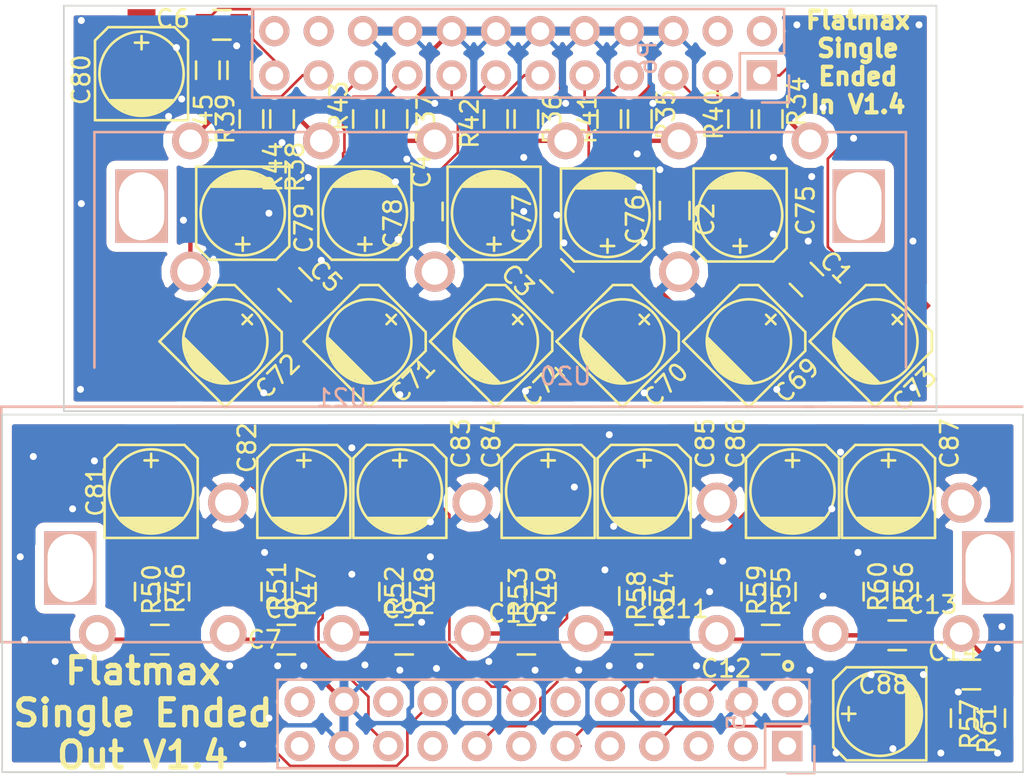
<source format=kicad_pcb>
(kicad_pcb (version 4) (host pcbnew 4.0.2+dfsg1-stable)
  (title_block (title "Audio Injector Octo RCA breakout") (company "Flatmax Pty Ltd") (comment 1 http://audioinjector.net) (comment 2 "single ended breakout"))
  (layers (0 F.Cu signal) (31 B.Cu signal) (34 B.Paste user) (35 F.Paste user) (36 B.SilkS user) (37 F.SilkS user) (38 B.Mask user) (39 F.Mask user) (44 Edge.Cuts user))
  (net 0 "")
  (net 1 V5)
  (net 2 /Codec/AGND)
  (net 3 /Codec/AOUT1+)
  (net 4 /Codec/AOUT2+)
  (net 5 /Codec/AOUT3+)
  (net 6 /Codec/AOUT4+)
  (net 7 /Codec/AOUT5+)
  (net 8 /Codec/AOUT6+)
  (net 9 /Codec/AOUT7+)
  (net 10 /Codec/AOUT8+)
  (net 11 /Codec/ADC_fb1-)
  (net 12 /Codec/ADC_fb2-)
  (net 13 /Codec/ADC_fb3-)
  (net 14 /Codec/ADC_fb1+)
  (net 15 /Codec/ADC_fb2+)
  (net 16 /Codec/ADC_fb3+)
  (net 17 /Codec/ADC_fb4-)
  (net 18 /Codec/ADC_fb5-)
  (net 19 /Codec/ADC_fb6-)
  (net 20 /Codec/ADC_fb4+)
  (net 21 /Codec/ADC_fb6+)
  (net 22 /Codec/ADC_fb5+)
  (net 23 "Net-(C75-Pad2)")
  (net 24 "Net-(C76-Pad2)")
  (net 25 "Net-(C77-Pad2)")
  (net 26 "Net-(C78-Pad2)")
  (net 27 "Net-(C79-Pad2)")
  (net 28 "Net-(C80-Pad2)")
  (net 29 /Codec/Out1)
  (net 30 "Net-(C81-Pad2)")
  (net 31 /Codec/Out2)
  (net 32 "Net-(C82-Pad2)")
  (net 33 /Codec/Out3)
  (net 34 "Net-(C83-Pad2)")
  (net 35 /Codec/Out4)
  (net 36 "Net-(C84-Pad2)")
  (net 37 /Codec/Out5)
  (net 38 "Net-(C85-Pad2)")
  (net 39 /Codec/Out6)
  (net 40 "Net-(C86-Pad2)")
  (net 41 /Codec/Out7)
  (net 42 "Net-(C87-Pad2)")
  (net 43 /Codec/Out8)
  (net 44 "Net-(C88-Pad2)")
  (net 45 /Codec/In1)
  (net 46 /Codec/In2)
  (net 47 /Codec/In3)
  (net 48 /Codec/In4)
  (net 49 /Codec/In5)
  (net 50 /Codec/In6)
  (module Pin_Headers:Pin_Header_Straight_2x12 (layer B.Cu) (at 161.95 169.1 90)
    (fp_text reference P5 (at 1.855 -2.915 90) (layer B.SilkS) (effects (justify mirror)))
    (fp_text value DAC_out)
    (pad 1 thru_hole rect (at 0 0 90) (size 1.7272 1.7272) (drill 1.016) (layers *.Cu *.Mask B.SilkS) (net 1 V5))
    (pad 2 thru_hole oval (at 2.54 0 90) (size 1.7272 1.7272) (drill 1.016) (layers *.Cu *.Mask B.SilkS) (net 1 V5))
    (pad 3 thru_hole oval (at 0 -2.54 90) (size 1.7272 1.7272) (drill 1.016) (layers *.Cu *.Mask B.SilkS))
    (pad 4 thru_hole oval (at 2.54 -2.54 90) (size 1.7272 1.7272) (drill 1.016) (layers *.Cu *.Mask B.SilkS) (net 2 /Codec/AGND))
    (pad 5 thru_hole oval (at 0 -5.08 90) (size 1.7272 1.7272) (drill 1.016) (layers *.Cu *.Mask B.SilkS))
    (pad 6 thru_hole oval (at 2.54 -5.08 90) (size 1.7272 1.7272) (drill 1.016) (layers *.Cu *.Mask B.SilkS) (net 9 /Codec/AOUT7+))
    (pad 7 thru_hole oval (at 0 -7.62 90) (size 1.7272 1.7272) (drill 1.016) (layers *.Cu *.Mask B.SilkS) (net 10 /Codec/AOUT8+))
    (pad 8 thru_hole oval (at 2.54 -7.62 90) (size 1.7272 1.7272) (drill 1.016) (layers *.Cu *.Mask B.SilkS))
    (pad 9 thru_hole oval (at 0 -10.16 90) (size 1.7272 1.7272) (drill 1.016) (layers *.Cu *.Mask B.SilkS))
    (pad 10 thru_hole oval (at 2.54 -10.16 90) (size 1.7272 1.7272) (drill 1.016) (layers *.Cu *.Mask B.SilkS) (net 7 /Codec/AOUT5+))
    (pad 11 thru_hole oval (at 0 -12.7 90) (size 1.7272 1.7272) (drill 1.016) (layers *.Cu *.Mask B.SilkS) (net 8 /Codec/AOUT6+))
    (pad 12 thru_hole oval (at 2.54 -12.7 90) (size 1.7272 1.7272) (drill 1.016) (layers *.Cu *.Mask B.SilkS))
    (pad 13 thru_hole oval (at 0 -15.24 90) (size 1.7272 1.7272) (drill 1.016) (layers *.Cu *.Mask B.SilkS))
    (pad 14 thru_hole oval (at 2.54 -15.24 90) (size 1.7272 1.7272) (drill 1.016) (layers *.Cu *.Mask B.SilkS) (net 5 /Codec/AOUT3+))
    (pad 15 thru_hole oval (at 0 -17.78 90) (size 1.7272 1.7272) (drill 1.016) (layers *.Cu *.Mask B.SilkS) (net 6 /Codec/AOUT4+))
    (pad 16 thru_hole oval (at 2.54 -17.78 90) (size 1.7272 1.7272) (drill 1.016) (layers *.Cu *.Mask B.SilkS))
    (pad 17 thru_hole oval (at 0 -20.32 90) (size 1.7272 1.7272) (drill 1.016) (layers *.Cu *.Mask B.SilkS))
    (pad 18 thru_hole oval (at 2.54 -20.32 90) (size 1.7272 1.7272) (drill 1.016) (layers *.Cu *.Mask B.SilkS) (net 3 /Codec/AOUT1+))
    (pad 19 thru_hole oval (at 0 -22.86 90) (size 1.7272 1.7272) (drill 1.016) (layers *.Cu *.Mask B.SilkS) (net 4 /Codec/AOUT2+))
    (pad 20 thru_hole oval (at 2.54 -22.86 90) (size 1.7272 1.7272) (drill 1.016) (layers *.Cu *.Mask B.SilkS))
    (pad 21 thru_hole oval (at 0 -25.4 90) (size 1.7272 1.7272) (drill 1.016) (layers *.Cu *.Mask B.SilkS) (net 2 /Codec/AGND))
    (pad 22 thru_hole oval (at 2.54 -25.4 90) (size 1.7272 1.7272) (drill 1.016) (layers *.Cu *.Mask B.SilkS) (net 2 /Codec/AGND))
    (pad 23 thru_hole oval (at 0 -27.94 90) (size 1.7272 1.7272) (drill 1.016) (layers *.Cu *.Mask B.SilkS) (net 1 V5))
    (pad 24 thru_hole oval (at 2.54 -27.94 90) (size 1.7272 1.7272) (drill 1.016) (layers *.Cu *.Mask B.SilkS) (net 1 V5))
  )
  (module Pin_Headers:Pin_Header_Straight_2x12 (layer B.Cu) (at 160.5 130.65 90)
    (fp_text reference P6 (at 1 -6.55 90) (layer B.SilkS) (effects (justify mirror)))
    (fp_text value ADC_in)
    (pad 1 thru_hole rect (at 0 0 90) (size 1.7272 1.7272) (drill 1.016) (layers *.Cu *.Mask B.SilkS) (net 11 /Codec/ADC_fb1-))
    (pad 2 thru_hole oval (at 2.54 0 90) (size 1.7272 1.7272) (drill 1.016) (layers *.Cu *.Mask B.SilkS) (net 1 V5))
    (pad 3 thru_hole oval (at 0 -2.54 90) (size 1.7272 1.7272) (drill 1.016) (layers *.Cu *.Mask B.SilkS) (net 14 /Codec/ADC_fb1+))
    (pad 4 thru_hole oval (at 2.54 -2.54 90) (size 1.7272 1.7272) (drill 1.016) (layers *.Cu *.Mask B.SilkS) (net 1 V5))
    (pad 5 thru_hole oval (at 0 -5.08 90) (size 1.7272 1.7272) (drill 1.016) (layers *.Cu *.Mask B.SilkS) (net 12 /Codec/ADC_fb2-))
    (pad 6 thru_hole oval (at 2.54 -5.08 90) (size 1.7272 1.7272) (drill 1.016) (layers *.Cu *.Mask B.SilkS) (net 2 /Codec/AGND))
    (pad 7 thru_hole oval (at 0 -7.62 90) (size 1.7272 1.7272) (drill 1.016) (layers *.Cu *.Mask B.SilkS) (net 15 /Codec/ADC_fb2+))
    (pad 8 thru_hole oval (at 2.54 -7.62 90) (size 1.7272 1.7272) (drill 1.016) (layers *.Cu *.Mask B.SilkS) (net 2 /Codec/AGND))
    (pad 9 thru_hole oval (at 0 -10.16 90) (size 1.7272 1.7272) (drill 1.016) (layers *.Cu *.Mask B.SilkS) (net 13 /Codec/ADC_fb3-))
    (pad 10 thru_hole oval (at 2.54 -10.16 90) (size 1.7272 1.7272) (drill 1.016) (layers *.Cu *.Mask B.SilkS) (net 2 /Codec/AGND))
    (pad 11 thru_hole oval (at 0 -12.7 90) (size 1.7272 1.7272) (drill 1.016) (layers *.Cu *.Mask B.SilkS) (net 16 /Codec/ADC_fb3+))
    (pad 12 thru_hole oval (at 2.54 -12.7 90) (size 1.7272 1.7272) (drill 1.016) (layers *.Cu *.Mask B.SilkS) (net 2 /Codec/AGND))
    (pad 13 thru_hole oval (at 0 -15.24 90) (size 1.7272 1.7272) (drill 1.016) (layers *.Cu *.Mask B.SilkS) (net 17 /Codec/ADC_fb4-))
    (pad 14 thru_hole oval (at 2.54 -15.24 90) (size 1.7272 1.7272) (drill 1.016) (layers *.Cu *.Mask B.SilkS) (net 2 /Codec/AGND))
    (pad 15 thru_hole oval (at 0 -17.78 90) (size 1.7272 1.7272) (drill 1.016) (layers *.Cu *.Mask B.SilkS) (net 20 /Codec/ADC_fb4+))
    (pad 16 thru_hole oval (at 2.54 -17.78 90) (size 1.7272 1.7272) (drill 1.016) (layers *.Cu *.Mask B.SilkS) (net 2 /Codec/AGND))
    (pad 17 thru_hole oval (at 0 -20.32 90) (size 1.7272 1.7272) (drill 1.016) (layers *.Cu *.Mask B.SilkS) (net 18 /Codec/ADC_fb5-))
    (pad 18 thru_hole oval (at 2.54 -20.32 90) (size 1.7272 1.7272) (drill 1.016) (layers *.Cu *.Mask B.SilkS) (net 2 /Codec/AGND))
    (pad 19 thru_hole oval (at 0 -22.86 90) (size 1.7272 1.7272) (drill 1.016) (layers *.Cu *.Mask B.SilkS) (net 22 /Codec/ADC_fb5+))
    (pad 20 thru_hole oval (at 2.54 -22.86 90) (size 1.7272 1.7272) (drill 1.016) (layers *.Cu *.Mask B.SilkS) (net 2 /Codec/AGND))
    (pad 21 thru_hole oval (at 0 -25.4 90) (size 1.7272 1.7272) (drill 1.016) (layers *.Cu *.Mask B.SilkS) (net 19 /Codec/ADC_fb6-))
    (pad 22 thru_hole oval (at 2.54 -25.4 90) (size 1.7272 1.7272) (drill 1.016) (layers *.Cu *.Mask B.SilkS) (net 1 V5))
    (pad 23 thru_hole oval (at 0 -27.94 90) (size 1.7272 1.7272) (drill 1.016) (layers *.Cu *.Mask B.SilkS) (net 21 /Codec/ADC_fb6+))
    (pad 24 thru_hole oval (at 2.54 -27.94 90) (size 1.7272 1.7272) (drill 1.016) (layers *.Cu *.Mask B.SilkS) (net 1 V5))
  )
  (module AV8-8:AV8-8.4-13 (layer B.Cu) (at 136.415 149.645)
    (fp_text reference U21 (at 0 -0.5) (layer B.SilkS) (effects (justify mirror)))
    (fp_text value AV8-8.4-13)
    (pad 12 thru_hole circle (at 35.5 13) (size 2.1 2.1) (drill 1.3) (layers *.Cu *.Mask B.SilkS) (net 43 /Codec/Out8))
    (pad 11 thru_hole circle (at 28 13) (size 2.1 2.1) (drill 1.3) (layers *.Cu *.Mask B.SilkS) (net 41 /Codec/Out7))
    (pad 10 thru_hole circle (at 35.5 5.5) (size 2.3 2.3) (drill 1.5) (layers *.Cu *.Mask B.SilkS) (net 2 /Codec/AGND))
    (pad 1 thru_hole circle (at -6.5 5.5) (size 2.3 2.3) (drill 1.5) (layers *.Cu *.Mask B.SilkS) (net 2 /Codec/AGND))
    (pad 4 thru_hole circle (at 7.5 5.5) (size 2.3 2.3) (drill 1.5) (layers *.Cu *.Mask B.SilkS) (net 2 /Codec/AGND))
    (pad 7 thru_hole circle (at 21.5 5.5) (size 2.3 2.3) (drill 1.5) (layers *.Cu *.Mask B.SilkS) (net 2 /Codec/AGND))
    (pad 2 thru_hole circle (at -14 13) (size 2.1 2.1) (drill 1.3) (layers *.Cu *.Mask B.SilkS) (net 29 /Codec/Out1))
    (pad 3 thru_hole circle (at -6.5 13) (size 2.1 2.1) (drill 1.3) (layers *.Cu *.Mask B.SilkS) (net 31 /Codec/Out2))
    (pad 5 thru_hole circle (at 0 13) (size 2.1 2.1) (drill 1.3) (layers *.Cu *.Mask B.SilkS) (net 33 /Codec/Out3))
    (pad 6 thru_hole circle (at 7.5 13) (size 2.1 2.1) (drill 1.3) (layers *.Cu *.Mask B.SilkS) (net 35 /Codec/Out4))
    (pad 8 thru_hole circle (at 14 13) (size 2.1 2.1) (drill 1.3) (layers *.Cu *.Mask B.SilkS) (net 37 /Codec/Out5))
    (pad 9 thru_hole circle (at 21.5 13) (size 2.1 2.1) (drill 1.3) (layers *.Cu *.Mask B.SilkS) (net 39 /Codec/Out6))
    (pad "" thru_hole rect (at -15.55 9.25) (size 3 4.2) (drill oval 2.6 3.9) (layers *.Cu *.Mask B.SilkS))
    (pad "" thru_hole rect (at 37.05 9.25) (size 3 4.2) (drill oval 2.6 3.9) (layers *.Cu *.Mask B.SilkS))
  )
  (module AV8-8:AV6-8.4-13 (layer B.Cu) (at 149.25 147.4 180)
    (fp_text reference U20 (at 0 -0.5 180) (layer B.SilkS) (effects (justify mirror)))
    (fp_text value AV6-8.4-13)
    (pad 1 thru_hole circle (at -6.5 5.5 180) (size 2.3 2.3) (drill 1.5) (layers *.Cu *.Mask B.SilkS) (net 2 /Codec/AGND))
    (pad 4 thru_hole circle (at 7.5 5.5 180) (size 2.3 2.3) (drill 1.5) (layers *.Cu *.Mask B.SilkS) (net 2 /Codec/AGND))
    (pad 7 thru_hole circle (at 21.5 5.5 180) (size 2.3 2.3) (drill 1.5) (layers *.Cu *.Mask B.SilkS) (net 2 /Codec/AGND))
    (pad 2 thru_hole circle (at -14 13 180) (size 2.1 2.1) (drill 1.3) (layers *.Cu *.Mask B.SilkS) (net 45 /Codec/In1))
    (pad 3 thru_hole circle (at -6.5 13 180) (size 2.1 2.1) (drill 1.3) (layers *.Cu *.Mask B.SilkS) (net 46 /Codec/In2))
    (pad 5 thru_hole circle (at 0 13 180) (size 2.1 2.1) (drill 1.3) (layers *.Cu *.Mask B.SilkS) (net 47 /Codec/In3))
    (pad 6 thru_hole circle (at 7.5 13 180) (size 2.1 2.1) (drill 1.3) (layers *.Cu *.Mask B.SilkS) (net 48 /Codec/In4))
    (pad 8 thru_hole circle (at 14 13 180) (size 2.1 2.1) (drill 1.3) (layers *.Cu *.Mask B.SilkS) (net 49 /Codec/In5))
    (pad 9 thru_hole circle (at 21.5 13 180) (size 2.1 2.1) (drill 1.3) (layers *.Cu *.Mask B.SilkS) (net 50 /Codec/In6))
    (pad "" thru_hole rect (at -16.8 9.25 180) (size 3 4.2) (drill oval 2.6 3.9) (layers *.Cu *.Mask B.SilkS))
    (pad "" thru_hole rect (at 24.3 9.25 180) (size 3 4.2) (drill oval 2.6 3.9) (layers *.Cu *.Mask B.SilkS))
  )
  (module Capacitors_SMD:C_0805 (layer F.Cu) (at 163.05 142.35 315)
    (fp_text reference C1 (at 0.707107 -1.697056 315) (layer F.SilkS))
    (fp_text value 2.7n)
    (pad 1 smd rect (at -1 0 315) (size 1 1.25) (layers F.Cu F.Paste F.Mask) (net 14 /Codec/ADC_fb1+))
    (pad 2 smd rect (at 1 0 315) (size 1 1.25) (layers F.Cu F.Paste F.Mask) (net 2 /Codec/AGND))
  )
  (module Capacitors_SMD:c_elec_5x5.3 (layer F.Cu) (at 125.5 154.5 90)
    (fp_text reference C81 (at 0 -3.175 90) (layer F.SilkS))
    (fp_text value 10u)
    (pad 1 smd rect (at 2.19964 0 90) (size 2.99974 1.6002) (layers F.Cu F.Paste F.Mask) (net 3 /Codec/AOUT1+))
    (pad 2 smd rect (at -2.19964 0 90) (size 2.99974 1.6002) (layers F.Cu F.Paste F.Mask) (net 30 "Net-(C81-Pad2)"))
  )
  (module Capacitors_SMD:c_elec_5x5.3 (layer F.Cu) (at 134.25 154.5 90)
    (fp_text reference C82 (at 2.5 -3.25 90) (layer F.SilkS))
    (fp_text value 10u)
    (pad 1 smd rect (at 2.19964 0 90) (size 2.99974 1.6002) (layers F.Cu F.Paste F.Mask) (net 4 /Codec/AOUT2+))
    (pad 2 smd rect (at -2.19964 0 90) (size 2.99974 1.6002) (layers F.Cu F.Paste F.Mask) (net 32 "Net-(C82-Pad2)"))
  )
  (module Capacitors_SMD:c_elec_5x5.3 (layer F.Cu) (at 139.75 154.5 90)
    (fp_text reference C83 (at 2.75 3.5 90) (layer F.SilkS))
    (fp_text value 10u)
    (pad 1 smd rect (at 2.19964 0 90) (size 2.99974 1.6002) (layers F.Cu F.Paste F.Mask) (net 5 /Codec/AOUT3+))
    (pad 2 smd rect (at -2.19964 0 90) (size 2.99974 1.6002) (layers F.Cu F.Paste F.Mask) (net 34 "Net-(C83-Pad2)"))
  )
  (module Capacitors_SMD:c_elec_5x5.3 (layer F.Cu) (at 153.75 154.5 90)
    (fp_text reference C85 (at 2.75 3.5 90) (layer F.SilkS))
    (fp_text value 10u)
    (pad 1 smd rect (at 2.19964 0 90) (size 2.99974 1.6002) (layers F.Cu F.Paste F.Mask) (net 7 /Codec/AOUT5+))
    (pad 2 smd rect (at -2.19964 0 90) (size 2.99974 1.6002) (layers F.Cu F.Paste F.Mask) (net 38 "Net-(C85-Pad2)"))
  )
  (module Capacitors_SMD:C_0805 (layer F.Cu) (at 168.25 162.75)
    (fp_text reference C13 (at 2 -1.75) (layer F.SilkS))
    (fp_text value 1.5n)
    (pad 1 smd rect (at -1 0) (size 1 1.25) (layers F.Cu F.Paste F.Mask) (net 41 /Codec/Out7))
    (pad 2 smd rect (at 1 0) (size 1 1.25) (layers F.Cu F.Paste F.Mask) (net 2 /Codec/AGND))
  )
  (module Resistors_SMD:R_0603 (layer F.Cu) (at 161 133.15 270)
    (fp_text reference R34 (at -1 -1.5 270) (layer F.SilkS))
    (fp_text value 100k)
    (pad 1 smd rect (at -0.75 0 270) (size 0.5 0.9) (layers F.Cu F.Paste F.Mask) (net 45 /Codec/In1))
    (pad 2 smd rect (at 0.75 0 270) (size 0.5 0.9) (layers F.Cu F.Paste F.Mask) (net 2 /Codec/AGND))
  )
  (module Resistors_SMD:R_0603 (layer F.Cu) (at 153.5 133.15 90)
    (fp_text reference R35 (at 0.25 1.5 90) (layer F.SilkS))
    (fp_text value 100k)
    (pad 1 smd rect (at -0.75 0 90) (size 0.5 0.9) (layers F.Cu F.Paste F.Mask) (net 46 /Codec/In2))
    (pad 2 smd rect (at 0.75 0 90) (size 0.5 0.9) (layers F.Cu F.Paste F.Mask) (net 2 /Codec/AGND))
  )
  (module Resistors_SMD:R_0603 (layer F.Cu) (at 147 133.15 90)
    (fp_text reference R36 (at 0 1.5 90) (layer F.SilkS))
    (fp_text value 100k)
    (pad 1 smd rect (at -0.75 0 90) (size 0.5 0.9) (layers F.Cu F.Paste F.Mask) (net 47 /Codec/In3))
    (pad 2 smd rect (at 0.75 0 90) (size 0.5 0.9) (layers F.Cu F.Paste F.Mask) (net 2 /Codec/AGND))
  )
  (module Resistors_SMD:R_0603 (layer F.Cu) (at 139.5 133.15 90)
    (fp_text reference R37 (at 0 1.75 90) (layer F.SilkS))
    (fp_text value 100k)
    (pad 1 smd rect (at -0.75 0 90) (size 0.5 0.9) (layers F.Cu F.Paste F.Mask) (net 48 /Codec/In4))
    (pad 2 smd rect (at 0.75 0 90) (size 0.5 0.9) (layers F.Cu F.Paste F.Mask) (net 2 /Codec/AGND))
  )
  (module Resistors_SMD:R_0603 (layer F.Cu) (at 133 133.15 270)
    (fp_text reference R38 (at 2.75 -0.75 270) (layer F.SilkS))
    (fp_text value 100k)
    (pad 1 smd rect (at -0.75 0 270) (size 0.5 0.9) (layers F.Cu F.Paste F.Mask) (net 49 /Codec/In5))
    (pad 2 smd rect (at 0.75 0 270) (size 0.5 0.9) (layers F.Cu F.Paste F.Mask) (net 2 /Codec/AGND))
  )
  (module Resistors_SMD:R_0603 (layer F.Cu) (at 130.55 130.35 90)
    (fp_text reference R39 (at -2.8 -0.8 90) (layer F.SilkS))
    (fp_text value 100k)
    (pad 1 smd rect (at -0.75 0 90) (size 0.5 0.9) (layers F.Cu F.Paste F.Mask) (net 50 /Codec/In6))
    (pad 2 smd rect (at 0.75 0 90) (size 0.5 0.9) (layers F.Cu F.Paste F.Mask) (net 2 /Codec/AGND))
  )
  (module Resistors_SMD:R_0603 (layer F.Cu) (at 159.25 133.15 90)
    (fp_text reference R40 (at 0.25 -1.5 90) (layer F.SilkS))
    (fp_text value 150)
    (pad 1 smd rect (at -0.75 0 90) (size 0.5 0.9) (layers F.Cu F.Paste F.Mask) (net 23 "Net-(C75-Pad2)"))
    (pad 2 smd rect (at 0.75 0 90) (size 0.5 0.9) (layers F.Cu F.Paste F.Mask) (net 45 /Codec/In1))
  )
  (module Resistors_SMD:R_0603 (layer F.Cu) (at 151.75 133.15 90)
    (fp_text reference R41 (at 0 -1.25 90) (layer F.SilkS))
    (fp_text value 150)
    (pad 1 smd rect (at -0.75 0 90) (size 0.5 0.9) (layers F.Cu F.Paste F.Mask) (net 24 "Net-(C76-Pad2)"))
    (pad 2 smd rect (at 0.75 0 90) (size 0.5 0.9) (layers F.Cu F.Paste F.Mask) (net 46 /Codec/In2))
  )
  (module Resistors_SMD:R_0603 (layer F.Cu) (at 145.25 133.15 90)
    (fp_text reference R42 (at -0.25 -1.5 90) (layer F.SilkS))
    (fp_text value 150)
    (pad 1 smd rect (at -0.75 0 90) (size 0.5 0.9) (layers F.Cu F.Paste F.Mask) (net 25 "Net-(C77-Pad2)"))
    (pad 2 smd rect (at 0.75 0 90) (size 0.5 0.9) (layers F.Cu F.Paste F.Mask) (net 47 /Codec/In3))
  )
  (module Resistors_SMD:R_0603 (layer F.Cu) (at 137.75 133.15 90)
    (fp_text reference R43 (at 0.75 -1.5 90) (layer F.SilkS))
    (fp_text value 150)
    (pad 1 smd rect (at -0.75 0 90) (size 0.5 0.9) (layers F.Cu F.Paste F.Mask) (net 26 "Net-(C78-Pad2)"))
    (pad 2 smd rect (at 0.75 0 90) (size 0.5 0.9) (layers F.Cu F.Paste F.Mask) (net 48 /Codec/In4))
  )
  (module Resistors_SMD:R_0603 (layer F.Cu) (at 131.25 133.15 90)
    (fp_text reference R44 (at -2.75 1.25 90) (layer F.SilkS))
    (fp_text value 150)
    (pad 1 smd rect (at -0.75 0 90) (size 0.5 0.9) (layers F.Cu F.Paste F.Mask) (net 27 "Net-(C79-Pad2)"))
    (pad 2 smd rect (at 0.75 0 90) (size 0.5 0.9) (layers F.Cu F.Paste F.Mask) (net 49 /Codec/In5))
  )
  (module Resistors_SMD:R_0603 (layer F.Cu) (at 128.75 130.35 270)
    (fp_text reference R45 (at 2.8 0.25 270) (layer F.SilkS))
    (fp_text value 150)
    (pad 1 smd rect (at -0.75 0 270) (size 0.5 0.9) (layers F.Cu F.Paste F.Mask) (net 28 "Net-(C80-Pad2)"))
    (pad 2 smd rect (at 0.75 0 270) (size 0.5 0.9) (layers F.Cu F.Paste F.Mask) (net 50 /Codec/In6))
  )
  (module Resistors_SMD:R_0603 (layer F.Cu) (at 125.25 160.25 270)
    (fp_text reference R46 (at -0.185 -1.645 270) (layer F.SilkS))
    (fp_text value 562)
    (pad 1 smd rect (at -0.75 0 270) (size 0.5 0.9) (layers F.Cu F.Paste F.Mask) (net 30 "Net-(C81-Pad2)"))
    (pad 2 smd rect (at 0.75 0 270) (size 0.5 0.9) (layers F.Cu F.Paste F.Mask) (net 29 /Codec/Out1))
  )
  (module Resistors_SMD:R_0603 (layer F.Cu) (at 132.5 160.25 270)
    (fp_text reference R47 (at 0.005 -1.905 270) (layer F.SilkS))
    (fp_text value 562)
    (pad 1 smd rect (at -0.75 0 270) (size 0.5 0.9) (layers F.Cu F.Paste F.Mask) (net 32 "Net-(C82-Pad2)"))
    (pad 2 smd rect (at 0.75 0 270) (size 0.5 0.9) (layers F.Cu F.Paste F.Mask) (net 31 /Codec/Out2))
  )
  (module Resistors_SMD:R_0603 (layer F.Cu) (at 139.25 160.25 270)
    (fp_text reference R48 (at 0 -1.9 270) (layer F.SilkS))
    (fp_text value 562)
    (pad 1 smd rect (at -0.75 0 270) (size 0.5 0.9) (layers F.Cu F.Paste F.Mask) (net 34 "Net-(C83-Pad2)"))
    (pad 2 smd rect (at 0.75 0 270) (size 0.5 0.9) (layers F.Cu F.Paste F.Mask) (net 33 /Codec/Out3))
  )
  (module Resistors_SMD:R_0603 (layer F.Cu) (at 146.25 160.25 270)
    (fp_text reference R49 (at 0 -1.9 270) (layer F.SilkS))
    (fp_text value 562)
    (pad 1 smd rect (at -0.75 0 270) (size 0.5 0.9) (layers F.Cu F.Paste F.Mask) (net 36 "Net-(C84-Pad2)"))
    (pad 2 smd rect (at 0.75 0 270) (size 0.5 0.9) (layers F.Cu F.Paste F.Mask) (net 35 /Codec/Out4))
  )
  (module Resistors_SMD:R_0603 (layer F.Cu) (at 127 160.25 270)
    (fp_text reference R50 (at -0.125 1.465 270) (layer F.SilkS))
    (fp_text value 10k)
    (pad 1 smd rect (at -0.75 0 270) (size 0.5 0.9) (layers F.Cu F.Paste F.Mask) (net 30 "Net-(C81-Pad2)"))
    (pad 2 smd rect (at 0.75 0 270) (size 0.5 0.9) (layers F.Cu F.Paste F.Mask) (net 2 /Codec/AGND))
  )
  (module Resistors_SMD:R_0603 (layer F.Cu) (at 134.25 160.25 270)
    (fp_text reference R51 (at -0.285 1.535 270) (layer F.SilkS))
    (fp_text value 10k)
    (pad 1 smd rect (at -0.75 0 270) (size 0.5 0.9) (layers F.Cu F.Paste F.Mask) (net 32 "Net-(C82-Pad2)"))
    (pad 2 smd rect (at 0.75 0 270) (size 0.5 0.9) (layers F.Cu F.Paste F.Mask) (net 2 /Codec/AGND))
  )
  (module Resistors_SMD:R_0603 (layer F.Cu) (at 141 160.25 270)
    (fp_text reference R52 (at -0.045 1.545 270) (layer F.SilkS))
    (fp_text value 10k)
    (pad 1 smd rect (at -0.75 0 270) (size 0.5 0.9) (layers F.Cu F.Paste F.Mask) (net 34 "Net-(C83-Pad2)"))
    (pad 2 smd rect (at 0.75 0 270) (size 0.5 0.9) (layers F.Cu F.Paste F.Mask) (net 2 /Codec/AGND))
  )
  (module Resistors_SMD:R_0603 (layer F.Cu) (at 148 160.25 270)
    (fp_text reference R53 (at 0.025 1.465 270) (layer F.SilkS))
    (fp_text value 10k)
    (pad 1 smd rect (at -0.75 0 270) (size 0.5 0.9) (layers F.Cu F.Paste F.Mask) (net 36 "Net-(C84-Pad2)"))
    (pad 2 smd rect (at 0.75 0 270) (size 0.5 0.9) (layers F.Cu F.Paste F.Mask) (net 2 /Codec/AGND))
  )
  (module Resistors_SMD:R_0603 (layer F.Cu) (at 153 160.5 270)
    (fp_text reference R54 (at 0 -1.9 270) (layer F.SilkS))
    (fp_text value 562)
    (pad 1 smd rect (at -0.75 0 270) (size 0.5 0.9) (layers F.Cu F.Paste F.Mask) (net 38 "Net-(C85-Pad2)"))
    (pad 2 smd rect (at 0.75 0 270) (size 0.5 0.9) (layers F.Cu F.Paste F.Mask) (net 37 /Codec/Out5))
  )
  (module Resistors_SMD:R_0603 (layer F.Cu) (at 160 160.25 270)
    (fp_text reference R55 (at 0 -1.6 270) (layer F.SilkS))
    (fp_text value 562)
    (pad 1 smd rect (at -0.75 0 270) (size 0.5 0.9) (layers F.Cu F.Paste F.Mask) (net 40 "Net-(C86-Pad2)"))
    (pad 2 smd rect (at 0.75 0 270) (size 0.5 0.9) (layers F.Cu F.Paste F.Mask) (net 39 /Codec/Out6))
  )
  (module Resistors_SMD:R_0603 (layer F.Cu) (at 167 160.25 270)
    (fp_text reference R56 (at -0.295 -1.635 270) (layer F.SilkS))
    (fp_text value 562)
    (pad 1 smd rect (at -0.75 0 270) (size 0.5 0.9) (layers F.Cu F.Paste F.Mask) (net 42 "Net-(C87-Pad2)"))
    (pad 2 smd rect (at 0.75 0 270) (size 0.5 0.9) (layers F.Cu F.Paste F.Mask) (net 41 /Codec/Out7))
  )
  (module Resistors_SMD:R_0603 (layer F.Cu) (at 173.75 167.5 90)
    (fp_text reference R57 (at -0.35 -1.35 90) (layer F.SilkS))
    (fp_text value 562)
    (pad 1 smd rect (at -0.75 0 90) (size 0.5 0.9) (layers F.Cu F.Paste F.Mask) (net 44 "Net-(C88-Pad2)"))
    (pad 2 smd rect (at 0.75 0 90) (size 0.5 0.9) (layers F.Cu F.Paste F.Mask) (net 43 /Codec/Out8))
  )
  (module Resistors_SMD:R_0603 (layer F.Cu) (at 154.75 160.5 270)
    (fp_text reference R58 (at -0.025 1.425 270) (layer F.SilkS))
    (fp_text value 10k)
    (pad 1 smd rect (at -0.75 0 270) (size 0.5 0.9) (layers F.Cu F.Paste F.Mask) (net 38 "Net-(C85-Pad2)"))
    (pad 2 smd rect (at 0.75 0 270) (size 0.5 0.9) (layers F.Cu F.Paste F.Mask) (net 2 /Codec/AGND))
  )
  (module Resistors_SMD:R_0603 (layer F.Cu) (at 161.75 160.25 270)
    (fp_text reference R59 (at -0.1 1.55 270) (layer F.SilkS))
    (fp_text value 10k)
    (pad 1 smd rect (at -0.75 0 270) (size 0.5 0.9) (layers F.Cu F.Paste F.Mask) (net 40 "Net-(C86-Pad2)"))
    (pad 2 smd rect (at 0.75 0 270) (size 0.5 0.9) (layers F.Cu F.Paste F.Mask) (net 2 /Codec/AGND))
  )
  (module Resistors_SMD:R_0603 (layer F.Cu) (at 168.75 160.25 270)
    (fp_text reference R60 (at -0.295 1.615 270) (layer F.SilkS))
    (fp_text value 10k)
    (pad 1 smd rect (at -0.75 0 270) (size 0.5 0.9) (layers F.Cu F.Paste F.Mask) (net 42 "Net-(C87-Pad2)"))
    (pad 2 smd rect (at 0.75 0 270) (size 0.5 0.9) (layers F.Cu F.Paste F.Mask) (net 2 /Codec/AGND))
  )
  (module Resistors_SMD:R_0603 (layer F.Cu) (at 172 167.5 90)
    (fp_text reference R61 (at -0.6 1.4 90) (layer F.SilkS))
    (fp_text value 10k)
    (pad 1 smd rect (at -0.75 0 90) (size 0.5 0.9) (layers F.Cu F.Paste F.Mask) (net 44 "Net-(C88-Pad2)"))
    (pad 2 smd rect (at 0.75 0 90) (size 0.5 0.9) (layers F.Cu F.Paste F.Mask) (net 2 /Codec/AGND))
  )
  (module Capacitors_SMD:C_0805 (layer F.Cu) (at 155.5 138.4 270)
    (fp_text reference C2 (at 0.5 -1.75 270) (layer F.SilkS))
    (fp_text value 2.7n)
    (pad 1 smd rect (at -1 0 270) (size 1 1.25) (layers F.Cu F.Paste F.Mask) (net 15 /Codec/ADC_fb2+))
    (pad 2 smd rect (at 1 0 270) (size 1 1.25) (layers F.Cu F.Paste F.Mask) (net 2 /Codec/AGND))
  )
  (module Capacitors_SMD:C_0805 (layer F.Cu) (at 148.75 142.15 315)
    (fp_text reference C3 (at -1.414214 1.767767 315) (layer F.SilkS))
    (fp_text value 2.7n)
    (pad 1 smd rect (at -1 0 315) (size 1 1.25) (layers F.Cu F.Paste F.Mask) (net 16 /Codec/ADC_fb3+))
    (pad 2 smd rect (at 1 0 315) (size 1 1.25) (layers F.Cu F.Paste F.Mask) (net 2 /Codec/AGND))
  )
  (module Capacitors_SMD:C_0805 (layer F.Cu) (at 141.35 138.45 270)
    (fp_text reference C4 (at -2.3 0.35 270) (layer F.SilkS))
    (fp_text value 2.7n)
    (pad 1 smd rect (at -1 0 270) (size 1 1.25) (layers F.Cu F.Paste F.Mask) (net 20 /Codec/ADC_fb4+))
    (pad 2 smd rect (at 1 0 270) (size 1 1.25) (layers F.Cu F.Paste F.Mask) (net 2 /Codec/AGND))
  )
  (module Capacitors_SMD:C_0805 (layer F.Cu) (at 133.75 142.65 315)
    (fp_text reference C5 (at 0.883883 -1.59099 315) (layer F.SilkS))
    (fp_text value 2.7n)
    (pad 1 smd rect (at -1 0 315) (size 1 1.25) (layers F.Cu F.Paste F.Mask) (net 22 /Codec/ADC_fb5+))
    (pad 2 smd rect (at 1 0 315) (size 1 1.25) (layers F.Cu F.Paste F.Mask) (net 2 /Codec/AGND))
  )
  (module Capacitors_SMD:C_0805 (layer F.Cu) (at 129.55 127.75)
    (fp_text reference C6 (at -2.8 -0.35) (layer F.SilkS))
    (fp_text value 2.7n)
    (pad 1 smd rect (at -1 0) (size 1 1.25) (layers F.Cu F.Paste F.Mask) (net 21 /Codec/ADC_fb6+))
    (pad 2 smd rect (at 1 0) (size 1 1.25) (layers F.Cu F.Paste F.Mask) (net 2 /Codec/AGND))
  )
  (module Capacitors_SMD:C_0805 (layer F.Cu) (at 126 163)
    (fp_text reference C7 (at 6 0) (layer F.SilkS))
    (fp_text value 1.5n)
    (pad 1 smd rect (at -1 0) (size 1 1.25) (layers F.Cu F.Paste F.Mask) (net 29 /Codec/Out1))
    (pad 2 smd rect (at 1 0) (size 1 1.25) (layers F.Cu F.Paste F.Mask) (net 2 /Codec/AGND))
  )
  (module Capacitors_SMD:C_0805 (layer F.Cu) (at 133.25 163)
    (fp_text reference C8 (at -0.25 -1.75) (layer F.SilkS))
    (fp_text value 1.5n)
    (pad 1 smd rect (at -1 0) (size 1 1.25) (layers F.Cu F.Paste F.Mask) (net 31 /Codec/Out2))
    (pad 2 smd rect (at 1 0) (size 1 1.25) (layers F.Cu F.Paste F.Mask) (net 2 /Codec/AGND))
  )
  (module Capacitors_SMD:C_0805 (layer F.Cu) (at 140 163)
    (fp_text reference C9 (at -0.25 -1.75) (layer F.SilkS))
    (fp_text value 1.5n)
    (pad 1 smd rect (at -1 0) (size 1 1.25) (layers F.Cu F.Paste F.Mask) (net 33 /Codec/Out3))
    (pad 2 smd rect (at 1 0) (size 1 1.25) (layers F.Cu F.Paste F.Mask) (net 2 /Codec/AGND))
  )
  (module Capacitors_SMD:C_0805 (layer F.Cu) (at 147 163)
    (fp_text reference C10 (at -0.75 -1.5) (layer F.SilkS))
    (fp_text value 1.5n)
    (pad 1 smd rect (at -1 0) (size 1 1.25) (layers F.Cu F.Paste F.Mask) (net 35 /Codec/Out4))
    (pad 2 smd rect (at 1 0) (size 1 1.25) (layers F.Cu F.Paste F.Mask) (net 2 /Codec/AGND))
  )
  (module Capacitors_SMD:C_0805 (layer F.Cu) (at 153.75 163)
    (fp_text reference C11 (at 2.25 -1.75) (layer F.SilkS))
    (fp_text value 1.5n)
    (pad 1 smd rect (at -1 0) (size 1 1.25) (layers F.Cu F.Paste F.Mask) (net 37 /Codec/Out5))
    (pad 2 smd rect (at 1 0) (size 1 1.25) (layers F.Cu F.Paste F.Mask) (net 2 /Codec/AGND))
  )
  (module Capacitors_SMD:C_0805 (layer F.Cu) (at 161 163)
    (fp_text reference C12 (at -2.55 1.65) (layer F.SilkS))
    (fp_text value 1.5n)
    (pad 1 smd rect (at -1 0) (size 1 1.25) (layers F.Cu F.Paste F.Mask) (net 39 /Codec/Out6))
    (pad 2 smd rect (at 1 0) (size 1 1.25) (layers F.Cu F.Paste F.Mask) (net 2 /Codec/AGND))
  )
  (module Capacitors_SMD:C_0805 (layer F.Cu) (at 172.5 165 180)
    (fp_text reference C14 (at 1.05 1.3 180) (layer F.SilkS))
    (fp_text value 1.5n)
    (pad 1 smd rect (at -1 0 180) (size 1 1.25) (layers F.Cu F.Paste F.Mask) (net 43 /Codec/Out8))
    (pad 2 smd rect (at 1 0 180) (size 1 1.25) (layers F.Cu F.Paste F.Mask) (net 2 /Codec/AGND))
  )
  (module Capacitors_SMD:c_elec_5x5.3 (layer F.Cu) (at 159.75 145.9 45)
    (fp_text reference C69 (at 0.353553 3.535534 45) (layer F.SilkS))
    (fp_text value 10u)
    (pad 1 smd rect (at 2.19964 0 45) (size 2.99974 1.6002) (layers F.Cu F.Paste F.Mask) (net 12 /Codec/ADC_fb2-))
    (pad 2 smd rect (at -2.19964 0 45) (size 2.99974 1.6002) (layers F.Cu F.Paste F.Mask) (net 2 /Codec/AGND))
  )
  (module Capacitors_SMD:c_elec_5x5.3 (layer F.Cu) (at 152.5 145.9 45)
    (fp_text reference C70 (at 0 3.535534 45) (layer F.SilkS))
    (fp_text value 10u)
    (pad 1 smd rect (at 2.19964 0 45) (size 2.99974 1.6002) (layers F.Cu F.Paste F.Mask) (net 13 /Codec/ADC_fb3-))
    (pad 2 smd rect (at -2.19964 0 45) (size 2.99974 1.6002) (layers F.Cu F.Paste F.Mask) (net 2 /Codec/AGND))
  )
  (module Capacitors_SMD:c_elec_5x5.3 (layer F.Cu) (at 138 145.9 45)
    (fp_text reference C71 (at 0.176777 3.358757 45) (layer F.SilkS))
    (fp_text value 10u)
    (pad 1 smd rect (at 2.19964 0 45) (size 2.99974 1.6002) (layers F.Cu F.Paste F.Mask) (net 18 /Codec/ADC_fb5-))
    (pad 2 smd rect (at -2.19964 0 45) (size 2.99974 1.6002) (layers F.Cu F.Paste F.Mask) (net 2 /Codec/AGND))
  )
  (module Capacitors_SMD:c_elec_5x5.3 (layer F.Cu) (at 129.75 145.9 45)
    (fp_text reference C72 (at 0.707107 3.535534 45) (layer F.SilkS))
    (fp_text value 10u)
    (pad 1 smd rect (at 2.19964 0 45) (size 2.99974 1.6002) (layers F.Cu F.Paste F.Mask) (net 19 /Codec/ADC_fb6-))
    (pad 2 smd rect (at -2.19964 0 45) (size 2.99974 1.6002) (layers F.Cu F.Paste F.Mask) (net 2 /Codec/AGND))
  )
  (module Capacitors_SMD:c_elec_5x5.3 (layer F.Cu) (at 167 145.9 45)
    (fp_text reference C73 (at -0.353553 3.535534 45) (layer F.SilkS))
    (fp_text value 10u)
    (pad 1 smd rect (at 2.19964 0 45) (size 2.99974 1.6002) (layers F.Cu F.Paste F.Mask) (net 11 /Codec/ADC_fb1-))
    (pad 2 smd rect (at -2.19964 0 45) (size 2.99974 1.6002) (layers F.Cu F.Paste F.Mask) (net 2 /Codec/AGND))
  )
  (module Capacitors_SMD:c_elec_5x5.3 (layer F.Cu) (at 145.25 145.9 45)
    (fp_text reference C74 (at 0.176777 3.712311 45) (layer F.SilkS))
    (fp_text value 10u)
    (pad 1 smd rect (at 2.19964 0 45) (size 2.99974 1.6002) (layers F.Cu F.Paste F.Mask) (net 17 /Codec/ADC_fb4-))
    (pad 2 smd rect (at -2.19964 0 45) (size 2.99974 1.6002) (layers F.Cu F.Paste F.Mask) (net 2 /Codec/AGND))
  )
  (module Capacitors_SMD:c_elec_5x5.3 (layer F.Cu) (at 159.25 138.65 270)
    (fp_text reference C75 (at -0.25 -3.75 270) (layer F.SilkS))
    (fp_text value 10u)
    (pad 1 smd rect (at 2.19964 0 270) (size 2.99974 1.6002) (layers F.Cu F.Paste F.Mask) (net 14 /Codec/ADC_fb1+))
    (pad 2 smd rect (at -2.19964 0 270) (size 2.99974 1.6002) (layers F.Cu F.Paste F.Mask) (net 23 "Net-(C75-Pad2)"))
  )
  (module Capacitors_SMD:c_elec_5x5.3 (layer F.Cu) (at 151.65 138.65 270)
    (fp_text reference C76 (at 0.25 -1.6 270) (layer F.SilkS))
    (fp_text value 10u)
    (pad 1 smd rect (at 2.19964 0 270) (size 2.99974 1.6002) (layers F.Cu F.Paste F.Mask) (net 15 /Codec/ADC_fb2+))
    (pad 2 smd rect (at -2.19964 0 270) (size 2.99974 1.6002) (layers F.Cu F.Paste F.Mask) (net 24 "Net-(C76-Pad2)"))
  )
  (module Capacitors_SMD:c_elec_5x5.3 (layer F.Cu) (at 145.15 138.55 270)
    (fp_text reference C77 (at 0.35 -1.6 270) (layer F.SilkS))
    (fp_text value 10u)
    (pad 1 smd rect (at 2.19964 0 270) (size 2.99974 1.6002) (layers F.Cu F.Paste F.Mask) (net 16 /Codec/ADC_fb3+))
    (pad 2 smd rect (at -2.19964 0 270) (size 2.99974 1.6002) (layers F.Cu F.Paste F.Mask) (net 25 "Net-(C77-Pad2)"))
  )
  (module Capacitors_SMD:c_elec_5x5.3 (layer F.Cu) (at 137.75 138.55036 270)
    (fp_text reference C78 (at 0.59964 -1.6 270) (layer F.SilkS))
    (fp_text value 10u)
    (pad 1 smd rect (at 2.19964 0 270) (size 2.99974 1.6002) (layers F.Cu F.Paste F.Mask) (net 20 /Codec/ADC_fb4+))
    (pad 2 smd rect (at -2.19964 0 270) (size 2.99974 1.6002) (layers F.Cu F.Paste F.Mask) (net 26 "Net-(C78-Pad2)"))
  )
  (module Capacitors_SMD:c_elec_5x5.3 (layer F.Cu) (at 130.75 138.55 270)
    (fp_text reference C79 (at 0.85 -3.5 270) (layer F.SilkS))
    (fp_text value 10u)
    (pad 1 smd rect (at 2.19964 0 270) (size 2.99974 1.6002) (layers F.Cu F.Paste F.Mask) (net 22 /Codec/ADC_fb5+))
    (pad 2 smd rect (at -2.19964 0 270) (size 2.99974 1.6002) (layers F.Cu F.Paste F.Mask) (net 27 "Net-(C79-Pad2)"))
  )
  (module Capacitors_SMD:c_elec_5x5.3 (layer F.Cu) (at 124.95 130.55 90)
    (fp_text reference C80 (at -0.35 -3.45 90) (layer F.SilkS))
    (fp_text value 10u)
    (pad 1 smd rect (at 2.19964 0 90) (size 2.99974 1.6002) (layers F.Cu F.Paste F.Mask) (net 21 /Codec/ADC_fb6+))
    (pad 2 smd rect (at -2.19964 0 90) (size 2.99974 1.6002) (layers F.Cu F.Paste F.Mask) (net 28 "Net-(C80-Pad2)"))
  )
  (module Capacitors_SMD:c_elec_5x5.3 (layer F.Cu) (at 148.25 154.5 90)
    (fp_text reference C84 (at 2.75 -3.25 90) (layer F.SilkS))
    (fp_text value 10u)
    (pad 1 smd rect (at 2.19964 0 90) (size 2.99974 1.6002) (layers F.Cu F.Paste F.Mask) (net 6 /Codec/AOUT4+))
    (pad 2 smd rect (at -2.19964 0 90) (size 2.99974 1.6002) (layers F.Cu F.Paste F.Mask) (net 36 "Net-(C84-Pad2)"))
  )
  (module Capacitors_SMD:c_elec_5x5.3 (layer F.Cu) (at 162.25 154.5 90)
    (fp_text reference C86 (at 2.75 -3.25 90) (layer F.SilkS))
    (fp_text value 10u)
    (pad 1 smd rect (at 2.19964 0 90) (size 2.99974 1.6002) (layers F.Cu F.Paste F.Mask) (net 8 /Codec/AOUT6+))
    (pad 2 smd rect (at -2.19964 0 90) (size 2.99974 1.6002) (layers F.Cu F.Paste F.Mask) (net 40 "Net-(C86-Pad2)"))
  )
  (module Capacitors_SMD:c_elec_5x5.3 (layer F.Cu) (at 167.75 154.5 90)
    (fp_text reference C87 (at 2.75 3.5 90) (layer F.SilkS))
    (fp_text value 10u)
    (pad 1 smd rect (at 2.19964 0 90) (size 2.99974 1.6002) (layers F.Cu F.Paste F.Mask) (net 9 /Codec/AOUT7+))
    (pad 2 smd rect (at -2.19964 0 90) (size 2.99974 1.6002) (layers F.Cu F.Paste F.Mask) (net 42 "Net-(C87-Pad2)"))
  )
  (module Capacitors_SMD:c_elec_5x5.3 (layer F.Cu) (at 167.25 167.25 180)
    (fp_text reference C88 (at -0.215 1.655 180) (layer F.SilkS))
    (fp_text value 10u)
    (pad 1 smd rect (at 2.19964 0 180) (size 2.99974 1.6002) (layers F.Cu F.Paste F.Mask) (net 10 /Codec/AOUT8+))
    (pad 2 smd rect (at -2.19964 0 180) (size 2.99974 1.6002) (layers F.Cu F.Paste F.Mask) (net 44 "Net-(C88-Pad2)"))
  )
  (gr_line (start 120.5 149.9) (end 120.5 126.65) (angle 90) (layer Edge.Cuts) (width 0.1))
  (gr_line (start 170.5 149.9) (end 120.5 149.9) (angle 90) (layer Edge.Cuts) (width 0.1))
  (gr_line (start 170.5 126.65) (end 170.5 149.9) (angle 90) (layer Edge.Cuts) (width 0.1))
  (gr_line (start 120.5 126.65) (end 170.5 126.65) (angle 90) (layer Edge.Cuts) (width 0.1))
  (gr_circle (center 162 164.5) (end 162 164.75) (layer F.SilkS) (width 0.2))
  (gr_text "Flatmax\nSingle\nEnded\nIn V1.4" (at 166 129.9) (layer F.SilkS) (effects (font (size 1 1) (thickness 0.25))))
  (gr_text "Flatmax\nSingle Ended\nOut V1.4" (at 125.03 167.21) (layer F.SilkS) (effects (font (size 1.5 1.5) (thickness 0.3))))
  (gr_line (start 116.965 170.595) (end 116.965 150.095) (angle 90) (layer Edge.Cuts) (width 0.1))
  (gr_line (start 175.465 170.595) (end 116.965 170.595) (angle 90) (layer Edge.Cuts) (width 0.1))
  (gr_line (start 175.465 170.345) (end 175.465 170.595) (angle 90) (layer Edge.Cuts) (width 0.1))
  (gr_line (start 175.465 150.095) (end 175.465 170.345) (angle 90) (layer Edge.Cuts) (width 0.1))
  (gr_line (start 116.965 150.095) (end 175.465 150.095) (angle 90) (layer Edge.Cuts) (width 0.1))
  (segment (start 140.25 167.783601) (end 143 167.783601) (width 0.25) (layer B.Cu) (net 2))
  (segment (start 137.773601 167.783601) (end 140.25 167.783601) (width 0.25) (layer B.Cu) (net 2))
  (segment (start 140.25 167.783601) (end 140.25 167) (width 0.25) (layer B.Cu) (net 2))
  (segment (start 140.25 167) (end 140.441399 166.808601) (width 0.25) (layer B.Cu) (net 2))
  (segment (start 140.441399 166.808601) (end 140.441399 165.441399) (width 0.25) (layer B.Cu) (net 2))
  (segment (start 140.441399 165.441399) (end 140.049999 165.049999) (width 0.25) (layer B.Cu) (net 2))
  (segment (start 140.049999 165.049999) (end 139.75 164.75) (width 0.25) (layer B.Cu) (net 2))
  (segment (start 148 167.783601) (end 150.5 167.783601) (width 0.25) (layer B.Cu) (net 2))
  (segment (start 143 167.783601) (end 148 167.783601) (width 0.25) (layer B.Cu) (net 2))
  (segment (start 148 167.783601) (end 148 165.25) (width 0.25) (layer B.Cu) (net 2))
  (segment (start 148 165.25) (end 147.5 164.75) (width 0.25) (layer B.Cu) (net 2))
  (segment (start 150.5 167.783601) (end 154.4 167.783601) (width 0.25) (layer B.Cu) (net 2))
  (segment (start 150.5 167.783601) (end 150.5 165.25) (width 0.25) (layer B.Cu) (net 2))
  (segment (start 150.5 165.25) (end 150 164.75) (width 0.25) (layer B.Cu) (net 2))
  (segment (start 163.998601 167.748601) (end 164.75 168.5) (width 0.25) (layer B.Cu) (net 2))
  (segment (start 164.75 168.5) (end 164.75 169.5) (width 0.25) (layer B.Cu) (net 2))
  (segment (start 159.41 166.56) (end 160.598601 167.748601) (width 0.25) (layer B.Cu) (net 2))
  (segment (start 160.598601 167.748601) (end 163.998601 167.748601) (width 0.25) (layer B.Cu) (net 2))
  (segment (start 170.75 169.5) (end 174 169.5) (width 0.25) (layer F.Cu) (net 2))
  (via (at 174 169.5) (size 0.6) (drill 0.4) (layers F.Cu B.Cu) (net 2))
  (segment (start 168 169.25) (end 170.5 169.25) (width 0.25) (layer B.Cu) (net 2))
  (segment (start 170.5 169.25) (end 170.75 169.5) (width 0.25) (layer B.Cu) (net 2))
  (via (at 170.75 169.5) (size 0.6) (drill 0.4) (layers F.Cu B.Cu) (net 2))
  (segment (start 164.75 169.5) (end 167.75 169.5) (width 0.25) (layer F.Cu) (net 2))
  (segment (start 167.75 169.5) (end 168 169.25) (width 0.25) (layer F.Cu) (net 2))
  (via (at 168 169.25) (size 0.6) (drill 0.4) (layers F.Cu B.Cu) (net 2))
  (segment (start 166.75 165) (end 166.75 167.5) (width 0.25) (layer B.Cu) (net 2))
  (segment (start 166.75 167.5) (end 164.75 169.5) (width 0.25) (layer B.Cu) (net 2))
  (via (at 164.75 169.5) (size 0.6) (drill 0.4) (layers F.Cu B.Cu) (net 2))
  (segment (start 158.75 164.67379) (end 156.92379 164.67379) (width 0.25) (layer F.Cu) (net 2))
  (segment (start 156.92379 164.67379) (end 156.75 164.5) (width 0.25) (layer F.Cu) (net 2))
  (via (at 156.75 164.5) (size 0.6) (drill 0.4) (layers F.Cu B.Cu) (net 2))
  (segment (start 159.41 166.56) (end 159.41 165.33379) (width 0.25) (layer B.Cu) (net 2))
  (segment (start 159.41 165.33379) (end 158.75 164.67379) (width 0.25) (layer B.Cu) (net 2))
  (via (at 158.75 164.67379) (size 0.6) (drill 0.4) (layers F.Cu B.Cu) (net 2))
  (segment (start 130 164.5) (end 130 165.25) (width 0.25) (layer B.Cu) (net 2))
  (segment (start 130 165.25) (end 132.25 167.5) (width 0.25) (layer B.Cu) (net 2))
  (via (at 132.25 167.5) (size 0.6) (drill 0.4) (layers F.Cu B.Cu) (net 2))
  (segment (start 132.75 164.5) (end 130 164.5) (width 0.25) (layer F.Cu) (net 2))
  (via (at 130 164.5) (size 0.6) (drill 0.4) (layers F.Cu B.Cu) (net 2))
  (segment (start 134.25 164.5) (end 132.75 164.5) (width 0.25) (layer B.Cu) (net 2))
  (via (at 132.75 164.5) (size 0.6) (drill 0.4) (layers F.Cu B.Cu) (net 2))
  (segment (start 134.25 163) (end 134.25 164.5) (width 0.25) (layer F.Cu) (net 2))
  (via (at 134.25 164.5) (size 0.6) (drill 0.4) (layers F.Cu B.Cu) (net 2))
  (segment (start 135.686401 165.686401) (end 134.25 164.25) (width 0.25) (layer F.Cu) (net 2))
  (segment (start 134.25 164.25) (end 134.25 163) (width 0.25) (layer F.Cu) (net 2))
  (segment (start 136.55 166.56) (end 135.686401 165.696401) (width 0.25) (layer F.Cu) (net 2))
  (segment (start 135.686401 165.696401) (end 135.686401 165.686401) (width 0.25) (layer F.Cu) (net 2))
  (segment (start 137.45 164.45) (end 137.75 164.45) (width 0.25) (layer F.Cu) (net 2))
  (segment (start 137.75 164.45) (end 141.65 164.45) (width 0.25) (layer F.Cu) (net 2))
  (segment (start 139.75 164.75) (end 138.05 164.75) (width 0.25) (layer F.Cu) (net 2))
  (via (at 137.75 164.45) (size 0.6) (drill 0.4) (layers F.Cu B.Cu) (net 2))
  (segment (start 138.05 164.75) (end 137.75 164.45) (width 0.25) (layer F.Cu) (net 2))
  (segment (start 141.85 164.65) (end 139.85 164.65) (width 0.25) (layer B.Cu) (net 2))
  (via (at 139.75 164.75) (size 0.6) (drill 0.4) (layers F.Cu B.Cu) (net 2))
  (segment (start 139.85 164.65) (end 139.75 164.75) (width 0.25) (layer B.Cu) (net 2))
  (segment (start 141 163) (end 141 162) (width 0.25) (layer F.Cu) (net 2))
  (via (at 141 162) (size 0.6) (drill 0.4) (layers F.Cu B.Cu) (net 2))
  (segment (start 154.75 163) (end 154.75 162) (width 0.25) (layer F.Cu) (net 2))
  (via (at 154.75 162) (size 0.6) (drill 0.4) (layers F.Cu B.Cu) (net 2))
  (segment (start 150 164.75) (end 151.5 164.75) (width 0.25) (layer B.Cu) (net 2))
  (segment (start 153.05 167.05913) (end 153.05 165.8) (width 0.25) (layer B.Cu) (net 2))
  (segment (start 154.4 167.783601) (end 153.774471 167.783601) (width 0.25) (layer B.Cu) (net 2))
  (segment (start 153.774471 167.783601) (end 153.05 167.05913) (width 0.25) (layer B.Cu) (net 2))
  (segment (start 152.049999 164.799999) (end 151.75 164.5) (width 0.25) (layer B.Cu) (net 2))
  (segment (start 151.5 164.75) (end 151.75 164.5) (width 0.25) (layer B.Cu) (net 2))
  (segment (start 153.05 165.8) (end 152.049999 164.799999) (width 0.25) (layer B.Cu) (net 2))
  (segment (start 153.5 164.5) (end 151.75 164.5) (width 0.25) (layer B.Cu) (net 2))
  (via (at 151.75 164.5) (size 0.6) (drill 0.4) (layers F.Cu B.Cu) (net 2))
  (segment (start 149.700001 164.450001) (end 150 164.75) (width 0.25) (layer B.Cu) (net 2))
  (segment (start 149.5 164.25) (end 149.700001 164.450001) (width 0.25) (layer B.Cu) (net 2))
  (segment (start 144.85 164.25) (end 149.5 164.25) (width 0.25) (layer B.Cu) (net 2))
  (via (at 150 164.75) (size 0.6) (drill 0.4) (layers F.Cu B.Cu) (net 2))
  (segment (start 153.5 164.375) (end 153.5 164.5) (width 0.25) (layer F.Cu) (net 2))
  (via (at 153.5 164.5) (size 0.6) (drill 0.4) (layers F.Cu B.Cu) (net 2))
  (segment (start 154.75 163.125) (end 153.5 164.375) (width 0.25) (layer F.Cu) (net 2))
  (segment (start 148 161.75) (end 148 164.25) (width 0.25) (layer B.Cu) (net 2))
  (segment (start 148 164.25) (end 147.5 164.75) (width 0.25) (layer B.Cu) (net 2))
  (via (at 147.5 164.75) (size 0.6) (drill 0.4) (layers F.Cu B.Cu) (net 2))
  (segment (start 148 163) (end 148 161.75) (width 0.25) (layer F.Cu) (net 2))
  (via (at 148 161.75) (size 0.6) (drill 0.4) (layers F.Cu B.Cu) (net 2))
  (segment (start 162 163) (end 162 161.25) (width 0.25) (layer F.Cu) (net 2))
  (segment (start 162 161.25) (end 161.75 161) (width 0.25) (layer F.Cu) (net 2))
  (segment (start 164 160.5) (end 166 158.5) (width 0.25) (layer B.Cu) (net 2))
  (segment (start 166 158.5) (end 166 158) (width 0.25) (layer B.Cu) (net 2))
  (via (at 166 158) (size 0.6) (drill 0.4) (layers F.Cu B.Cu) (net 2))
  (segment (start 161.75 161) (end 163.5 161) (width 0.25) (layer F.Cu) (net 2))
  (segment (start 163.5 161) (end 164 160.5) (width 0.25) (layer F.Cu) (net 2))
  (via (at 164 160.5) (size 0.6) (drill 0.4) (layers F.Cu B.Cu) (net 2))
  (segment (start 166.75 165) (end 169.75 165) (width 0.25) (layer F.Cu) (net 2))
  (via (at 169.75 165) (size 0.6) (drill 0.4) (layers F.Cu B.Cu) (net 2))
  (segment (start 163.25 164.75) (end 166.5 164.75) (width 0.25) (layer B.Cu) (net 2))
  (via (at 166.75 165) (size 0.6) (drill 0.4) (layers F.Cu B.Cu) (net 2))
  (segment (start 166.5 164.75) (end 166.75 165) (width 0.25) (layer B.Cu) (net 2))
  (segment (start 162 163) (end 162 163.5) (width 0.25) (layer F.Cu) (net 2))
  (segment (start 162 163.5) (end 163.25 164.75) (width 0.25) (layer F.Cu) (net 2))
  (via (at 163.25 164.75) (size 0.6) (drill 0.4) (layers F.Cu B.Cu) (net 2))
  (segment (start 174 163.5) (end 174 162.5) (width 0.25) (layer F.Cu) (net 2))
  (segment (start 174 162.5) (end 174.25 162.25) (width 0.25) (layer F.Cu) (net 2))
  (via (at 174.25 162.25) (size 0.6) (drill 0.4) (layers F.Cu B.Cu) (net 2))
  (segment (start 171.75 166) (end 174 163.75) (width 0.25) (layer B.Cu) (net 2))
  (segment (start 174 163.75) (end 174 163.5) (width 0.25) (layer B.Cu) (net 2))
  (via (at 174 163.5) (size 0.6) (drill 0.4) (layers F.Cu B.Cu) (net 2))
  (segment (start 172 166.75) (end 172 166.25) (width 0.25) (layer F.Cu) (net 2))
  (segment (start 172 166.25) (end 171.75 166) (width 0.25) (layer F.Cu) (net 2))
  (via (at 171.75 166) (size 0.6) (drill 0.4) (layers F.Cu B.Cu) (net 2))
  (segment (start 171.5 165) (end 171.5 166.25) (width 0.25) (layer F.Cu) (net 2))
  (segment (start 171.5 166.25) (end 172 166.75) (width 0.25) (layer F.Cu) (net 2))
  (segment (start 165 152.25) (end 165 155) (width 0.25) (layer F.Cu) (net 2))
  (via (at 164.5 155.5) (size 0.6) (drill 0.4) (layers F.Cu B.Cu) (net 2))
  (segment (start 165 155) (end 164.5 155.5) (width 0.25) (layer F.Cu) (net 2))
  (segment (start 170.495001 153.995001) (end 168.75 152.25) (width 0.25) (layer B.Cu) (net 2))
  (segment (start 168.75 152.25) (end 165 152.25) (width 0.25) (layer B.Cu) (net 2))
  (via (at 165 152.25) (size 0.6) (drill 0.4) (layers F.Cu B.Cu) (net 2))
  (segment (start 171.915 155.145) (end 170.765001 153.995001) (width 0.25) (layer B.Cu) (net 2))
  (segment (start 170.765001 153.995001) (end 170.495001 153.995001) (width 0.25) (layer B.Cu) (net 2))
  (segment (start 141.5 157.825736) (end 141.5 158.25) (width 0.25) (layer B.Cu) (net 2))
  (segment (start 141.5 157.56) (end 141.5 157.825736) (width 0.25) (layer B.Cu) (net 2))
  (segment (start 143.915 155.145) (end 141.5 157.56) (width 0.25) (layer B.Cu) (net 2))
  (segment (start 141.5 156.25) (end 141.5 158.25) (width 0.25) (layer F.Cu) (net 2))
  (via (at 141.5 158.25) (size 0.6) (drill 0.4) (layers F.Cu B.Cu) (net 2))
  (via (at 141.5 156.25) (size 0.6) (drill 0.4) (layers F.Cu B.Cu) (net 2))
  (segment (start 158.25 158.5) (end 158.25 159.5) (width 0.25) (layer F.Cu) (net 2))
  (segment (start 158.25 159.5) (end 157.5 160.25) (width 0.25) (layer F.Cu) (net 2))
  (via (at 157.5 160.25) (size 0.6) (drill 0.4) (layers F.Cu B.Cu) (net 2))
  (segment (start 159.064999 156.814999) (end 158.25 157.629998) (width 0.25) (layer B.Cu) (net 2))
  (segment (start 158.25 157.629998) (end 158.25 158.5) (width 0.25) (layer B.Cu) (net 2))
  (via (at 158.25 158.5) (size 0.6) (drill 0.4) (layers F.Cu B.Cu) (net 2))
  (segment (start 157.915 155.145) (end 159.064999 156.294999) (width 0.25) (layer B.Cu) (net 2))
  (segment (start 159.064999 156.294999) (end 159.064999 156.814999) (width 0.25) (layer B.Cu) (net 2))
  (segment (start 137 159.25) (end 137 152) (width 0.25) (layer F.Cu) (net 2))
  (via (at 137 152) (size 0.6) (drill 0.4) (layers F.Cu B.Cu) (net 2))
  (segment (start 139.5 163.61) (end 139.5 161.75) (width 0.25) (layer B.Cu) (net 2))
  (segment (start 139.5 161.75) (end 137 159.25) (width 0.25) (layer B.Cu) (net 2))
  (via (at 137 159.25) (size 0.6) (drill 0.4) (layers F.Cu B.Cu) (net 2))
  (segment (start 136.55 166.56) (end 139.5 163.61) (width 0.25) (layer B.Cu) (net 2))
  (segment (start 131.064999 153.935001) (end 131.379998 154.25) (width 0.25) (layer F.Cu) (net 2))
  (segment (start 129.915 155.145) (end 131.064999 153.995001) (width 0.25) (layer F.Cu) (net 2))
  (segment (start 131.064999 153.995001) (end 131.064999 153.935001) (width 0.25) (layer F.Cu) (net 2))
  (segment (start 123.25 152.75) (end 128.5 158) (width 0.25) (layer B.Cu) (net 2))
  (segment (start 128.5 158) (end 132 158) (width 0.25) (layer B.Cu) (net 2))
  (via (at 132 158) (size 0.6) (drill 0.4) (layers F.Cu B.Cu) (net 2))
  (segment (start 122.25 152.75) (end 123.25 152.75) (width 0.25) (layer B.Cu) (net 2))
  (segment (start 121 155.5) (end 122.25 154.25) (width 0.25) (layer B.Cu) (net 2))
  (via (at 122.25 152.75) (size 0.6) (drill 0.4) (layers F.Cu B.Cu) (net 2))
  (segment (start 122.25 154.25) (end 122.25 152.75) (width 0.25) (layer B.Cu) (net 2))
  (segment (start 118.75 152.5) (end 118.75 153.25) (width 0.25) (layer F.Cu) (net 2))
  (segment (start 118.75 153.25) (end 121 155.5) (width 0.25) (layer F.Cu) (net 2))
  (via (at 121 155.5) (size 0.6) (drill 0.4) (layers F.Cu B.Cu) (net 2))
  (segment (start 118 158.25) (end 118.75 157.5) (width 0.25) (layer B.Cu) (net 2))
  (via (at 118.75 152.5) (size 0.6) (drill 0.4) (layers F.Cu B.Cu) (net 2))
  (segment (start 118.75 157.5) (end 118.75 152.5) (width 0.25) (layer B.Cu) (net 2))
  (segment (start 118.25 163) (end 118.25 158.5) (width 0.25) (layer F.Cu) (net 2))
  (segment (start 118.25 158.5) (end 118 158.25) (width 0.25) (layer F.Cu) (net 2))
  (via (at 118 158.25) (size 0.6) (drill 0.4) (layers F.Cu B.Cu) (net 2))
  (segment (start 120 164.25) (end 119.5 164.25) (width 0.25) (layer B.Cu) (net 2))
  (segment (start 119.5 164.25) (end 118.25 163) (width 0.25) (layer B.Cu) (net 2))
  (via (at 118.25 163) (size 0.6) (drill 0.4) (layers F.Cu B.Cu) (net 2))
  (segment (start 128.75 167) (end 122.75 167) (width 0.25) (layer F.Cu) (net 2))
  (segment (start 122.75 167) (end 120 164.25) (width 0.25) (layer F.Cu) (net 2))
  (via (at 120 164.25) (size 0.6) (drill 0.4) (layers F.Cu B.Cu) (net 2))
  (segment (start 130.75 169) (end 128.75 167) (width 0.25) (layer F.Cu) (net 2))
  (segment (start 136.55 169.1) (end 135.361399 167.911399) (width 0.25) (layer B.Cu) (net 2))
  (segment (start 135.361399 167.911399) (end 131.838601 167.911399) (width 0.25) (layer B.Cu) (net 2))
  (segment (start 131.838601 167.911399) (end 130.75 169) (width 0.25) (layer B.Cu) (net 2))
  (via (at 130.75 169) (size 0.6) (drill 0.4) (layers F.Cu B.Cu) (net 2))
  (segment (start 148.215 162.785) (end 148 163) (width 0.1524) (layer F.Cu) (net 2))
  (segment (start 169.25 162.75) (end 169.25 162.875) (width 0.1524) (layer F.Cu) (net 2))
  (segment (start 169.215 162.715) (end 169.25 162.75) (width 0.1524) (layer F.Cu) (net 2))
  (segment (start 154.75 161.13) (end 154.715 161.095) (width 0.1524) (layer F.Cu) (net 2))
  (segment (start 154.75 163.6) (end 154.75 163) (width 0.1524) (layer F.Cu) (net 2))
  (segment (start 154.75 163.125) (end 154.75 163) (width 0.1524) (layer F.Cu) (net 2))
  (segment (start 140.715 162.715) (end 141 163) (width 0.1524) (layer F.Cu) (net 2))
  (segment (start 134.25 163.125) (end 134.25 163) (width 0.1524) (layer F.Cu) (net 2))
  (segment (start 141.85 164.65) (end 142.85 165.65) (width 0.25) (layer B.Cu) (net 2))
  (segment (start 142.85 165.65) (end 142.85 167.633601) (width 0.25) (layer B.Cu) (net 2))
  (segment (start 142.85 167.633601) (end 143 167.783601) (width 0.25) (layer B.Cu) (net 2))
  (segment (start 136.55 166.56) (end 137.773601 167.783601) (width 0.25) (layer B.Cu) (net 2))
  (segment (start 156.608601 132.108601) (end 157.908601 132.108601) (width 0.25) (layer B.Cu) (net 2))
  (segment (start 157.908601 132.108601) (end 161.15 135.35) (width 0.25) (layer B.Cu) (net 2))
  (segment (start 155.42 128.11) (end 156.608601 129.298601) (width 0.25) (layer B.Cu) (net 2))
  (segment (start 156.608601 129.298601) (end 156.608601 132.108601) (width 0.25) (layer B.Cu) (net 2))
  (segment (start 147.8 128.11) (end 146.611399 129.298601) (width 0.25) (layer B.Cu) (net 2))
  (segment (start 146.611399 129.298601) (end 146.611399 134.687133) (width 0.25) (layer B.Cu) (net 2))
  (segment (start 146.611399 134.687133) (end 146.850002 134.925736) (width 0.25) (layer B.Cu) (net 2))
  (segment (start 146.850002 134.925736) (end 146.850002 135.35) (width 0.25) (layer B.Cu) (net 2))
  (segment (start 151.691399 129.461399) (end 151.691399 133.491399) (width 0.25) (layer B.Cu) (net 2))
  (segment (start 151.691399 133.491399) (end 153.35 135.15) (width 0.25) (layer B.Cu) (net 2))
  (segment (start 152.88 128.11) (end 153.743599 128.973599) (width 0.25) (layer B.Cu) (net 2))
  (segment (start 153.743599 128.973599) (end 153.743599 129.136397) (width 0.25) (layer B.Cu) (net 2))
  (segment (start 153.743599 129.136397) (end 154.068601 129.461399) (width 0.25) (layer B.Cu) (net 2))
  (segment (start 150.34 128.11) (end 151.691399 129.461399) (width 0.25) (layer B.Cu) (net 2))
  (segment (start 151.691399 129.461399) (end 151.691399 129.298601) (width 0.25) (layer B.Cu) (net 2))
  (segment (start 151.691399 129.298601) (end 152.88 128.11) (width 0.25) (layer B.Cu) (net 2))
  (segment (start 149.151399 131.098601) (end 149 131.25) (width 0.25) (layer B.Cu) (net 2))
  (segment (start 150.34 128.11) (end 149.151399 129.298601) (width 0.25) (layer B.Cu) (net 2))
  (segment (start 149.151399 129.298601) (end 149.151399 131.098601) (width 0.25) (layer B.Cu) (net 2))
  (segment (start 145.26 128.11) (end 146.448601 129.298601) (width 0.25) (layer B.Cu) (net 2))
  (segment (start 146.448601 129.298601) (end 146.448601 129.461399) (width 0.25) (layer B.Cu) (net 2))
  (segment (start 146.448601 129.461399) (end 147.8 128.11) (width 0.25) (layer B.Cu) (net 2))
  (segment (start 138.828601 132.171399) (end 138.5 132.5) (width 0.25) (layer B.Cu) (net 2))
  (segment (start 137.64 128.11) (end 138.828601 129.298601) (width 0.25) (layer B.Cu) (net 2))
  (segment (start 138.828601 129.298601) (end 138.828601 132.171399) (width 0.25) (layer B.Cu) (net 2))
  (segment (start 144.071399 132.678601) (end 143.908601 132.515803) (width 0.25) (layer B.Cu) (net 2))
  (segment (start 143.908601 132.515803) (end 143.908601 129.298601) (width 0.25) (layer B.Cu) (net 2))
  (segment (start 143.908601 129.298601) (end 143.583599 128.973599) (width 0.25) (layer B.Cu) (net 2))
  (segment (start 143.583599 128.973599) (end 142.72 128.11) (width 0.25) (layer B.Cu) (net 2))
  (segment (start 145.26 128.11) (end 144.071399 129.298601) (width 0.25) (layer B.Cu) (net 2))
  (segment (start 144.071399 129.298601) (end 144.071399 132.678601) (width 0.25) (layer B.Cu) (net 2))
  (segment (start 121.45 138.05) (end 121.5 138) (width 0.25) (layer B.Cu) (net 2))
  (segment (start 121.45 148.65) (end 121.45 138.05) (width 0.25) (layer B.Cu) (net 2))
  (segment (start 121.5 127.5) (end 121.5 138) (width 0.25) (layer F.Cu) (net 2))
  (via (at 121.5 138) (size 0.6) (drill 0.4) (layers F.Cu B.Cu) (net 2))
  (via (at 121.5 127.5) (size 0.6) (drill 0.4) (layers F.Cu B.Cu) (net 2))
  (segment (start 133 133.9) (end 133 134.5) (width 0.25) (layer F.Cu) (net 2))
  (via (at 133 134.5) (size 0.6) (drill 0.4) (layers F.Cu B.Cu) (net 2))
  (segment (start 134.3 136.5) (end 134.5 136.5) (width 0.25) (layer F.Cu) (net 2))
  (segment (start 132.25 138.55) (end 134.3 136.5) (width 0.25) (layer F.Cu) (net 2))
  (segment (start 134.799999 136.799999) (end 134.5 136.5) (width 0.25) (layer B.Cu) (net 2))
  (segment (start 135.25 141.25) (end 135.25 137.25) (width 0.25) (layer B.Cu) (net 2))
  (segment (start 135.25 137.25) (end 134.799999 136.799999) (width 0.25) (layer B.Cu) (net 2))
  (via (at 134.5 136.5) (size 0.6) (drill 0.4) (layers F.Cu B.Cu) (net 2))
  (segment (start 169.499996 127.750004) (end 169.5 127.75) (width 0.25) (layer B.Cu) (net 2))
  (segment (start 162.5 127.750004) (end 169.499996 127.750004) (width 0.25) (layer B.Cu) (net 2))
  (segment (start 169.15 128.1) (end 169.200001 128.049999) (width 0.25) (layer F.Cu) (net 2))
  (segment (start 169.200001 128.049999) (end 169.5 127.75) (width 0.25) (layer F.Cu) (net 2))
  (segment (start 169.15 140.15) (end 169.15 128.1) (width 0.25) (layer F.Cu) (net 2))
  (via (at 169.5 127.75) (size 0.6) (drill 0.4) (layers F.Cu B.Cu) (net 2))
  (segment (start 163 131.249998) (end 162.5 130.749998) (width 0.25) (layer B.Cu) (net 2))
  (segment (start 162.5 128.174268) (end 162.5 127.750004) (width 0.25) (layer B.Cu) (net 2))
  (segment (start 165.75 134.25) (end 165.75 131.000004) (width 0.25) (layer F.Cu) (net 2))
  (segment (start 165.75 131.000004) (end 162.799999 128.050003) (width 0.25) (layer F.Cu) (net 2))
  (segment (start 162.5 130.749998) (end 162.5 128.174268) (width 0.25) (layer B.Cu) (net 2))
  (segment (start 162.799999 128.050003) (end 162.5 127.750004) (width 0.25) (layer F.Cu) (net 2))
  (via (at 162.5 127.750004) (size 0.6) (drill 0.4) (layers F.Cu B.Cu) (net 2))
  (segment (start 164 132.249998) (end 164 132.5) (width 0.25) (layer F.Cu) (net 2))
  (segment (start 163 131.249998) (end 164 132.249998) (width 0.25) (layer F.Cu) (net 2))
  (via (at 164 132.5) (size 0.6) (drill 0.4) (layers F.Cu B.Cu) (net 2))
  (via (at 163 131.249998) (size 0.6) (drill 0.4) (layers F.Cu B.Cu) (net 2))
  (segment (start 152.88 128.11) (end 154.068601 129.298601) (width 0.25) (layer F.Cu) (net 2))
  (segment (start 154.068601 131.331399) (end 153.5 131.9) (width 0.25) (layer F.Cu) (net 2))
  (segment (start 154.068601 129.298601) (end 154.068601 131.331399) (width 0.25) (layer F.Cu) (net 2))
  (segment (start 153.5 131.9) (end 153.5 132.4) (width 0.25) (layer F.Cu) (net 2))
  (segment (start 154.25 132.25) (end 154.25 131.23913) (width 0.25) (layer B.Cu) (net 2))
  (segment (start 154.25 131.23913) (end 154.068601 131.057731) (width 0.25) (layer B.Cu) (net 2))
  (segment (start 154.068601 131.057731) (end 154.068601 129.461399) (width 0.25) (layer B.Cu) (net 2))
  (segment (start 154.068601 129.461399) (end 154.556401 128.973599) (width 0.25) (layer B.Cu) (net 2))
  (segment (start 154.556401 128.973599) (end 155.42 128.11) (width 0.25) (layer B.Cu) (net 2))
  (segment (start 153.5 132.4) (end 154.1 132.4) (width 0.25) (layer F.Cu) (net 2))
  (segment (start 154.1 132.4) (end 154.25 132.25) (width 0.25) (layer F.Cu) (net 2))
  (via (at 154.25 132.25) (size 0.6) (drill 0.4) (layers F.Cu B.Cu) (net 2))
  (segment (start 147 132.4) (end 148.25 132.4) (width 0.25) (layer F.Cu) (net 2))
  (segment (start 148.25 132.4) (end 149.1 132.4) (width 0.25) (layer F.Cu) (net 2))
  (segment (start 148.988601 132.011399) (end 148.6 132.4) (width 0.25) (layer F.Cu) (net 2))
  (segment (start 148.6 132.4) (end 148.25 132.4) (width 0.25) (layer F.Cu) (net 2))
  (segment (start 150.34 128.11) (end 148.988601 129.461399) (width 0.25) (layer F.Cu) (net 2))
  (segment (start 148.988601 129.461399) (end 148.988601 132.011399) (width 0.25) (layer F.Cu) (net 2))
  (segment (start 149.25 132.25) (end 149.25 131.31913) (width 0.25) (layer B.Cu) (net 2))
  (segment (start 148.988601 131.057731) (end 148.988601 129.298601) (width 0.25) (layer B.Cu) (net 2))
  (segment (start 149.25 131.31913) (end 148.988601 131.057731) (width 0.25) (layer B.Cu) (net 2))
  (segment (start 148.988601 129.298601) (end 148.663599 128.973599) (width 0.25) (layer B.Cu) (net 2))
  (segment (start 148.663599 128.973599) (end 147.8 128.11) (width 0.25) (layer B.Cu) (net 2))
  (segment (start 149.1 132.4) (end 149.25 132.25) (width 0.25) (layer F.Cu) (net 2))
  (via (at 149.25 132.25) (size 0.6) (drill 0.4) (layers F.Cu B.Cu) (net 2))
  (segment (start 139.5 132.4) (end 140.25 132.4) (width 0.25) (layer F.Cu) (net 2))
  (segment (start 140.25 132.4) (end 141.6 132.4) (width 0.25) (layer F.Cu) (net 2))
  (segment (start 142.72 128.11) (end 141.368601 129.461399) (width 0.25) (layer F.Cu) (net 2))
  (segment (start 141.368601 129.461399) (end 141.368601 131.281399) (width 0.25) (layer F.Cu) (net 2))
  (segment (start 141.368601 131.281399) (end 140.25 132.4) (width 0.25) (layer F.Cu) (net 2))
  (segment (start 141.75 132.25) (end 141.75 131.825736) (width 0.25) (layer B.Cu) (net 2))
  (segment (start 141.75 131.825736) (end 141.368601 131.444337) (width 0.25) (layer B.Cu) (net 2))
  (segment (start 141.368601 131.444337) (end 141.368601 129.298601) (width 0.25) (layer B.Cu) (net 2))
  (segment (start 141.368601 129.298601) (end 141.043599 128.973599) (width 0.25) (layer B.Cu) (net 2))
  (segment (start 141.043599 128.973599) (end 140.18 128.11) (width 0.25) (layer B.Cu) (net 2))
  (segment (start 141.6 132.4) (end 141.75 132.25) (width 0.25) (layer F.Cu) (net 2))
  (via (at 141.75 132.25) (size 0.6) (drill 0.4) (layers F.Cu B.Cu) (net 2))
  (segment (start 159.41 166.56) (end 158.186399 167.783601) (width 0.25) (layer B.Cu) (net 2))
  (segment (start 158.186399 167.783601) (end 158.073601 167.783601) (width 0.25) (layer B.Cu) (net 2))
  (via (at 141.85 164.65) (size 0.6) (drill 0.4) (layers F.Cu B.Cu) (net 2))
  (segment (start 141.65 164.45) (end 141.85 164.65) (width 0.25) (layer F.Cu) (net 2))
  (segment (start 127.25 132) (end 127.25 132.25) (width 0.25) (layer F.Cu) (net 2))
  (segment (start 127.25 132.25) (end 126.5 133) (width 0.25) (layer F.Cu) (net 2))
  (via (at 126.5 133) (size 0.6) (drill 0.4) (layers F.Cu B.Cu) (net 2))
  (segment (start 126.95 129.05) (end 126.95 131.7) (width 0.25) (layer B.Cu) (net 2))
  (segment (start 126.95 131.7) (end 127.25 132) (width 0.25) (layer B.Cu) (net 2))
  (via (at 127.25 132) (size 0.6) (drill 0.4) (layers F.Cu B.Cu) (net 2))
  (segment (start 139.5 136.32573) (end 139.5 136.749994) (width 0.25) (layer F.Cu) (net 2))
  (segment (start 139.5 136.099998) (end 139.5 136.32573) (width 0.25) (layer F.Cu) (net 2))
  (segment (start 140.15 135.449998) (end 139.5 136.099998) (width 0.25) (layer F.Cu) (net 2))
  (via (at 139.5 136.749994) (size 0.6) (drill 0.4) (layers F.Cu B.Cu) (net 2))
  (segment (start 140.15 135.874262) (end 140.15 135.449998) (width 0.25) (layer B.Cu) (net 2))
  (segment (start 140.15 139.55) (end 140.15 135.874262) (width 0.25) (layer B.Cu) (net 2))
  (segment (start 139.65 140.05) (end 140.15 139.55) (width 0.25) (layer B.Cu) (net 2))
  (via (at 140.15 135.449998) (size 0.6) (drill 0.4) (layers F.Cu B.Cu) (net 2))
  (segment (start 149.750006 153.825736) (end 149.750006 154.25) (width 0.25) (layer F.Cu) (net 2))
  (segment (start 149.750006 153.249994) (end 149.750006 153.825736) (width 0.25) (layer F.Cu) (net 2))
  (segment (start 151.75 151.25) (end 149.750006 153.249994) (width 0.25) (layer F.Cu) (net 2))
  (via (at 149.750006 154.25) (size 0.6) (drill 0.4) (layers F.Cu B.Cu) (net 2))
  (segment (start 152 156.5) (end 152 151.5) (width 0.25) (layer B.Cu) (net 2))
  (segment (start 152 151.5) (end 151.75 151.25) (width 0.25) (layer B.Cu) (net 2))
  (via (at 151.75 151.25) (size 0.6) (drill 0.4) (layers F.Cu B.Cu) (net 2))
  (segment (start 151.5 158.575736) (end 151.5 159) (width 0.25) (layer F.Cu) (net 2))
  (segment (start 151.5 157) (end 151.5 158.575736) (width 0.25) (layer F.Cu) (net 2))
  (segment (start 152 156.5) (end 151.5 157) (width 0.25) (layer F.Cu) (net 2))
  (segment (start 151.799999 159.299999) (end 151.5 159) (width 0.25) (layer B.Cu) (net 2))
  (segment (start 151.85 161.05) (end 151.85 159.35) (width 0.25) (layer B.Cu) (net 2))
  (segment (start 151.85 159.35) (end 151.799999 159.299999) (width 0.25) (layer B.Cu) (net 2))
  (via (at 151.5 159) (size 0.6) (drill 0.4) (layers F.Cu B.Cu) (net 2))
  (via (at 152 156.5) (size 0.6) (drill 0.4) (layers F.Cu B.Cu) (net 2))
  (segment (start 142.899999 139.899999) (end 142.55 139.55) (width 0.25) (layer F.Cu) (net 2))
  (segment (start 141.75 141.9) (end 142.899999 140.750001) (width 0.25) (layer F.Cu) (net 2))
  (segment (start 142.899999 140.750001) (end 142.899999 139.899999) (width 0.25) (layer F.Cu) (net 2))
  (segment (start 153.35 136.95) (end 153.45 137.05) (width 0.25) (layer B.Cu) (net 2))
  (segment (start 153.35 135.15) (end 153.35 136.95) (width 0.25) (layer B.Cu) (net 2))
  (via (at 153.45 137.05) (size 0.6) (drill 0.4) (layers F.Cu B.Cu) (net 2))
  (segment (start 153.750004 135.15) (end 153.35 135.15) (width 0.25) (layer F.Cu) (net 2))
  (segment (start 154.65 136.049996) (end 153.750004 135.15) (width 0.25) (layer F.Cu) (net 2))
  (via (at 153.35 135.15) (size 0.6) (drill 0.4) (layers F.Cu B.Cu) (net 2))
  (segment (start 154.65 136.47426) (end 154.65 136.049996) (width 0.25) (layer B.Cu) (net 2))
  (segment (start 154.65 139.35) (end 154.65 136.47426) (width 0.25) (layer B.Cu) (net 2))
  (segment (start 153.75 140.25) (end 154.65 139.35) (width 0.25) (layer B.Cu) (net 2))
  (via (at 154.65 136.049996) (size 0.6) (drill 0.4) (layers F.Cu B.Cu) (net 2))
  (segment (start 155.75 141.9) (end 154.1 140.25) (width 0.25) (layer F.Cu) (net 2))
  (segment (start 154.1 140.25) (end 153.75 140.25) (width 0.25) (layer F.Cu) (net 2))
  (via (at 153.75 140.25) (size 0.6) (drill 0.4) (layers F.Cu B.Cu) (net 2))
  (segment (start 148.75 139.85) (end 148.850001 139.950001) (width 0.25) (layer B.Cu) (net 2))
  (segment (start 148.75 138.65) (end 148.75 139.85) (width 0.25) (layer B.Cu) (net 2))
  (segment (start 148.650002 140.25) (end 148.725736 140.25) (width 0.25) (layer F.Cu) (net 2))
  (segment (start 146.85 138.449998) (end 148.650002 140.25) (width 0.25) (layer F.Cu) (net 2))
  (segment (start 148.850001 139.950001) (end 149.15 140.25) (width 0.25) (layer B.Cu) (net 2))
  (segment (start 148.725736 140.25) (end 149.15 140.25) (width 0.25) (layer F.Cu) (net 2))
  (via (at 149.15 140.25) (size 0.6) (drill 0.4) (layers F.Cu B.Cu) (net 2))
  (via (at 146.85 138.449998) (size 0.6) (drill 0.4) (layers F.Cu B.Cu) (net 2))
  (segment (start 141.75 141.9) (end 139.9 140.05) (width 0.25) (layer F.Cu) (net 2))
  (segment (start 139.9 140.05) (end 139.65 140.05) (width 0.25) (layer F.Cu) (net 2))
  (via (at 139.65 140.05) (size 0.6) (drill 0.4) (layers F.Cu B.Cu) (net 2))
  (segment (start 146.850002 136.750002) (end 146.850002 135.774264) (width 0.25) (layer F.Cu) (net 2))
  (segment (start 146.850002 135.774264) (end 146.850002 135.35) (width 0.25) (layer F.Cu) (net 2))
  (segment (start 148.75 138.65) (end 146.850002 136.750002) (width 0.25) (layer F.Cu) (net 2))
  (segment (start 146.850002 135.774264) (end 146.850002 135.35) (width 0.25) (layer B.Cu) (net 2))
  (segment (start 146.850002 136.799998) (end 146.850002 135.774264) (width 0.25) (layer B.Cu) (net 2))
  (segment (start 141.75 141.9) (end 146.850002 136.799998) (width 0.25) (layer B.Cu) (net 2))
  (via (at 146.850002 135.35) (size 0.6) (drill 0.4) (layers F.Cu B.Cu) (net 2))
  (via (at 148.75 138.65) (size 0.6) (drill 0.4) (layers F.Cu B.Cu) (net 2))
  (segment (start 127.75 141.9) (end 127.75 139.35) (width 0.25) (layer F.Cu) (net 2))
  (segment (start 127.75 139.35) (end 127.35 138.95) (width 0.25) (layer F.Cu) (net 2))
  (via (at 127.35 138.95) (size 0.6) (drill 0.4) (layers F.Cu B.Cu) (net 2))
  (via (at 135.25 141.25) (size 0.6) (drill 0.4) (layers F.Cu B.Cu) (net 2))
  (segment (start 127.75 141.9) (end 131.1 138.55) (width 0.25) (layer B.Cu) (net 2))
  (segment (start 131.1 138.55) (end 132.25 138.55) (width 0.25) (layer B.Cu) (net 2))
  (via (at 132.25 138.55) (size 0.6) (drill 0.4) (layers F.Cu B.Cu) (net 2))
  (segment (start 127.75 141.9) (end 121.45 148.2) (width 0.25) (layer F.Cu) (net 2))
  (segment (start 121.45 148.2) (end 121.45 148.65) (width 0.25) (layer F.Cu) (net 2))
  (via (at 121.45 148.65) (size 0.6) (drill 0.4) (layers F.Cu B.Cu) (net 2))
  (segment (start 139.75 148.95) (end 132.05 148.95) (width 0.25) (layer B.Cu) (net 2))
  (via (at 131.95 148.85) (size 0.6) (drill 0.4) (layers F.Cu B.Cu) (net 2))
  (segment (start 132.05 148.95) (end 131.95 148.85) (width 0.25) (layer B.Cu) (net 2))
  (segment (start 146.95 148.75) (end 139.95 148.75) (width 0.25) (layer B.Cu) (net 2))
  (segment (start 139.95 148.75) (end 139.75 148.95) (width 0.25) (layer B.Cu) (net 2))
  (via (at 139.75 148.95) (size 0.6) (drill 0.4) (layers F.Cu B.Cu) (net 2))
  (segment (start 153.75 148.85) (end 147.05 148.85) (width 0.25) (layer B.Cu) (net 2))
  (segment (start 147.05 148.85) (end 146.95 148.75) (width 0.25) (layer B.Cu) (net 2))
  (via (at 146.95 148.75) (size 0.6) (drill 0.4) (layers F.Cu B.Cu) (net 2))
  (segment (start 161.35 148.65) (end 153.95 148.65) (width 0.25) (layer B.Cu) (net 2))
  (segment (start 153.95 148.65) (end 153.75 148.85) (width 0.25) (layer B.Cu) (net 2))
  (via (at 153.75 148.85) (size 0.6) (drill 0.4) (layers F.Cu B.Cu) (net 2))
  (segment (start 169.15 148.55) (end 161.45 148.55) (width 0.25) (layer B.Cu) (net 2))
  (segment (start 161.45 148.55) (end 161.35 148.65) (width 0.25) (layer B.Cu) (net 2))
  (via (at 161.35 148.65) (size 0.6) (drill 0.4) (layers F.Cu B.Cu) (net 2))
  (segment (start 163.35 136.45) (end 163.35 139.95) (width 0.25) (layer B.Cu) (net 2))
  (via (at 163.15 140.15) (size 0.6) (drill 0.4) (layers F.Cu B.Cu) (net 2))
  (segment (start 163.35 139.95) (end 163.15 140.15) (width 0.25) (layer B.Cu) (net 2))
  (segment (start 161.15 139.75) (end 161.15 138.65) (width 0.25) (layer F.Cu) (net 2))
  (segment (start 161.15 138.65) (end 163.35 136.45) (width 0.25) (layer F.Cu) (net 2))
  (via (at 163.35 136.45) (size 0.6) (drill 0.4) (layers F.Cu B.Cu) (net 2))
  (segment (start 161.15 135.35) (end 161.15 139.75) (width 0.25) (layer B.Cu) (net 2))
  (via (at 161.15 139.75) (size 0.6) (drill 0.4) (layers F.Cu B.Cu) (net 2))
  (segment (start 161 133.9) (end 161 135.2) (width 0.25) (layer F.Cu) (net 2))
  (via (at 161.15 135.35) (size 0.6) (drill 0.4) (layers F.Cu B.Cu) (net 2))
  (segment (start 161 135.2) (end 161.15 135.35) (width 0.25) (layer F.Cu) (net 2))
  (via (at 165.75 134.25) (size 0.6) (drill 0.4) (layers F.Cu B.Cu) (net 2))
  (segment (start 169.15 148.55) (end 169.15 140.15) (width 0.25) (layer B.Cu) (net 2))
  (via (at 169.15 140.15) (size 0.6) (drill 0.4) (layers F.Cu B.Cu) (net 2))
  (segment (start 165.44462 147.45538) (end 168.05538 147.45538) (width 0.25) (layer F.Cu) (net 2))
  (segment (start 168.05538 147.45538) (end 169.15 148.55) (width 0.25) (layer F.Cu) (net 2))
  (via (at 169.15 148.55) (size 0.6) (drill 0.4) (layers F.Cu B.Cu) (net 2))
  (segment (start 130.55 127.75) (end 130.55 128.8) (width 0.25) (layer F.Cu) (net 2))
  (segment (start 130.55 128.8) (end 130.4 128.95) (width 0.25) (layer F.Cu) (net 2))
  (via (at 130.4 128.95) (size 0.6) (drill 0.4) (layers F.Cu B.Cu) (net 2))
  (segment (start 130.225 128.95) (end 130.05 128.95) (width 0.25) (layer F.Cu) (net 2))
  (segment (start 130.05 128.95) (end 127.05 128.95) (width 0.25) (layer F.Cu) (net 2))
  (segment (start 130.55 129.6) (end 130.55 129.1) (width 0.25) (layer F.Cu) (net 2))
  (segment (start 130.55 129.1) (end 130.4 128.95) (width 0.25) (layer F.Cu) (net 2))
  (segment (start 130.4 128.95) (end 130.05 128.95) (width 0.25) (layer F.Cu) (net 2))
  (segment (start 127.05 128.95) (end 126.95 129.05) (width 0.25) (layer F.Cu) (net 2))
  (via (at 126.95 129.05) (size 0.6) (drill 0.4) (layers F.Cu B.Cu) (net 2))
  (segment (start 130.55 127.75) (end 130.55 128.625) (width 0.25) (layer F.Cu) (net 2))
  (segment (start 130.55 128.625) (end 130.225 128.95) (width 0.25) (layer F.Cu) (net 2))
  (segment (start 153.75 132.4) (end 153.5 132.4) (width 0.25) (layer F.Cu) (net 2))
  (segment (start 158.073601 167.783601) (end 156.5 167.783601) (width 0.25) (layer B.Cu) (net 2))
  (segment (start 156.5 167.783601) (end 156.314471 167.783601) (width 0.25) (layer B.Cu) (net 2))
  (segment (start 155.65 167.11913) (end 155.65 164.85) (width 0.25) (layer B.Cu) (net 2))
  (segment (start 155.65 164.85) (end 151.85 161.05) (width 0.25) (layer B.Cu) (net 2))
  (segment (start 156.314471 167.783601) (end 155.65 167.11913) (width 0.25) (layer B.Cu) (net 2))
  (segment (start 136.565 169.135) (end 135.78413 169.135) (width 0.25) (layer B.Cu) (net 2))
  (segment (start 154.4 167.783601) (end 156.5 167.783601) (width 0.25) (layer B.Cu) (net 2))
  (segment (start 144.85 164.25) (end 145.436399 164.836399) (width 0.25) (layer B.Cu) (net 2))
  (segment (start 145.436399 164.836399) (end 145.436399 167.636399) (width 0.25) (layer B.Cu) (net 2))
  (via (at 144.85 164.25) (size 0.6) (drill 0.4) (layers F.Cu B.Cu) (net 2))
  (segment (start 126.715 162.715) (end 127 163) (width 0.1524) (layer F.Cu) (net 2))
  (segment (start 141.63 166.56) (end 140.182201 168.007799) (width 0.1524) (layer F.Cu) (net 3))
  (segment (start 127.776201 164.553107) (end 127.776201 156.228831) (width 0.1524) (layer F.Cu) (net 3))
  (segment (start 140.182201 168.007799) (end 140.182201 169.624257) (width 0.1524) (layer F.Cu) (net 3))
  (segment (start 133.462895 170.239801) (end 127.776201 164.553107) (width 0.1524) (layer F.Cu) (net 3))
  (segment (start 140.182201 169.624257) (end 139.566657 170.239801) (width 0.1524) (layer F.Cu) (net 3))
  (segment (start 139.566657 170.239801) (end 133.462895 170.239801) (width 0.1524) (layer F.Cu) (net 3))
  (segment (start 127.776201 156.228831) (end 125.5 153.95263) (width 0.1524) (layer F.Cu) (net 3))
  (segment (start 125.5 153.95263) (end 125.5 152.30036) (width 0.1524) (layer F.Cu) (net 3))
  (segment (start 125.5 152.30036) (end 125.5 153.00013) (width 0.25) (layer F.Cu) (net 3))
  (segment (start 134.25 152.30036) (end 135.2025 152.30036) (width 0.1524) (layer F.Cu) (net 4))
  (segment (start 135.2025 152.30036) (end 135.326301 152.424161) (width 0.1524) (layer F.Cu) (net 4))
  (segment (start 135.326301 152.424161) (end 135.326301 161.770921) (width 0.1524) (layer F.Cu) (net 4))
  (segment (start 135.326301 161.770921) (end 135.088799 162.008423) (width 0.1524) (layer F.Cu) (net 4))
  (segment (start 135.088799 162.008423) (end 135.088799 163.411893) (width 0.1524) (layer F.Cu) (net 4))
  (segment (start 135.088799 163.411893) (end 137.950199 166.273293) (width 0.1524) (layer F.Cu) (net 4))
  (segment (start 137.950199 166.273293) (end 137.950199 167.960199) (width 0.1524) (layer F.Cu) (net 4))
  (segment (start 137.950199 167.960199) (end 138.226401 168.236401) (width 0.1524) (layer F.Cu) (net 4))
  (segment (start 138.226401 168.236401) (end 139.09 169.1) (width 0.1524) (layer F.Cu) (net 4))
  (segment (start 134.25 152.30036) (end 134.25 153.00013) (width 0.25) (layer F.Cu) (net 4))
  (segment (start 139.75 152.30036) (end 139.75 153.00013) (width 0.1524) (layer F.Cu) (net 5))
  (segment (start 139.75 153.00013) (end 142.588799 155.838929) (width 0.1524) (layer F.Cu) (net 5))
  (segment (start 145.003623 165.696401) (end 145.846401 165.696401) (width 0.1524) (layer F.Cu) (net 5))
  (segment (start 142.588799 155.838929) (end 142.588799 163.281577) (width 0.1524) (layer F.Cu) (net 5))
  (segment (start 142.588799 163.281577) (end 145.003623 165.696401) (width 0.1524) (layer F.Cu) (net 5))
  (segment (start 145.846401 165.696401) (end 146.71 166.56) (width 0.1524) (layer F.Cu) (net 5))
  (segment (start 148.25 152.30036) (end 148.25 153.95263) (width 0.1524) (layer F.Cu) (net 6))
  (segment (start 148.25 153.95263) (end 149.326301 155.028931) (width 0.1524) (layer F.Cu) (net 6))
  (segment (start 149.326301 155.028931) (end 149.326301 161.770921) (width 0.1524) (layer F.Cu) (net 6))
  (segment (start 149.326301 161.770921) (end 148.776201 162.321021) (width 0.1524) (layer F.Cu) (net 6))
  (segment (start 147.802201 167.084257) (end 146.926259 167.960199) (width 0.1524) (layer F.Cu) (net 6))
  (segment (start 148.776201 162.321021) (end 148.776201 165.420199) (width 0.1524) (layer F.Cu) (net 6))
  (segment (start 148.776201 165.420199) (end 147.802201 166.394199) (width 0.1524) (layer F.Cu) (net 6))
  (segment (start 147.802201 166.394199) (end 147.802201 167.084257) (width 0.1524) (layer F.Cu) (net 6))
  (segment (start 146.926259 167.960199) (end 145.309801 167.960199) (width 0.1524) (layer F.Cu) (net 6))
  (segment (start 145.309801 167.960199) (end 145.033599 168.236401) (width 0.1524) (layer F.Cu) (net 6))
  (segment (start 145.033599 168.236401) (end 144.17 169.1) (width 0.1524) (layer F.Cu) (net 6))
  (segment (start 148.25 152.30036) (end 148.25 153) (width 0.25) (layer F.Cu) (net 6))
  (segment (start 153.75 152.30036) (end 154.7025 152.30036) (width 0.1524) (layer F.Cu) (net 7))
  (segment (start 152.929801 165.420199) (end 152.653599 165.696401) (width 0.1524) (layer F.Cu) (net 7))
  (segment (start 154.7025 152.30036) (end 155.526201 153.124061) (width 0.1524) (layer F.Cu) (net 7))
  (segment (start 155.526201 163.845961) (end 153.951963 165.420199) (width 0.1524) (layer F.Cu) (net 7))
  (segment (start 155.526201 153.124061) (end 155.526201 163.845961) (width 0.1524) (layer F.Cu) (net 7))
  (segment (start 153.951963 165.420199) (end 152.929801 165.420199) (width 0.1524) (layer F.Cu) (net 7))
  (segment (start 152.653599 165.696401) (end 151.79 166.56) (width 0.1524) (layer F.Cu) (net 7))
  (segment (start 153.75 152.30036) (end 153.75 153) (width 0.25) (layer F.Cu) (net 7))
  (segment (start 162.25 152.30036) (end 162.25 153.00013) (width 0.1524) (layer F.Cu) (net 8))
  (segment (start 162.25 153.00013) (end 155.831011 159.419119) (width 0.1524) (layer F.Cu) (net 8))
  (segment (start 155.469801 166.343741) (end 155.469801 167.107105) (width 0.1524) (layer F.Cu) (net 8))
  (segment (start 155.831011 159.419119) (end 155.831011 165.982531) (width 0.1524) (layer F.Cu) (net 8))
  (segment (start 155.831011 165.982531) (end 155.469801 166.343741) (width 0.1524) (layer F.Cu) (net 8))
  (segment (start 155.469801 167.107105) (end 154.616707 167.960199) (width 0.1524) (layer F.Cu) (net 8))
  (segment (start 154.616707 167.960199) (end 150.389801 167.960199) (width 0.1524) (layer F.Cu) (net 8))
  (segment (start 150.389801 167.960199) (end 150.113599 168.236401) (width 0.1524) (layer F.Cu) (net 8))
  (segment (start 150.113599 168.236401) (end 149.25 169.1) (width 0.1524) (layer F.Cu) (net 8))
  (segment (start 149.25 169.1) (end 150.103094 169.1) (width 0.1524) (layer F.Cu) (net 8))
  (segment (start 156.87 166.56) (end 158.18 165.25) (width 0.1524) (layer F.Cu) (net 9))
  (segment (start 158.18 165.25) (end 159.372162 165.25) (width 0.1524) (layer F.Cu) (net 9))
  (segment (start 159.372162 165.25) (end 160.776201 163.845961) (width 0.1524) (layer F.Cu) (net 9))
  (segment (start 160.776201 163.845961) (end 160.776201 160.776637) (width 0.1524) (layer F.Cu) (net 9))
  (segment (start 160.776201 160.776637) (end 161.302838 160.25) (width 0.1524) (layer F.Cu) (net 9))
  (segment (start 161.302838 160.25) (end 162.197162 160.25) (width 0.1524) (layer F.Cu) (net 9))
  (segment (start 162.197162 160.25) (end 164.947162 157.5) (width 0.1524) (layer F.Cu) (net 9))
  (segment (start 164.947162 157.5) (end 164.947162 156.755468) (width 0.1524) (layer F.Cu) (net 9))
  (segment (start 164.947162 156.755468) (end 167.75 153.95263) (width 0.1524) (layer F.Cu) (net 9))
  (segment (start 167.75 153.95263) (end 167.75 152.30036) (width 0.1524) (layer F.Cu) (net 9))
  (segment (start 167.75 153.00013) (end 167.75 152.30036) (width 0.25) (layer F.Cu) (net 9))
  (segment (start 154.33 169.1) (end 155.469801 167.960199) (width 0.1524) (layer F.Cu) (net 10))
  (segment (start 155.469801 167.960199) (end 162.687891 167.960199) (width 0.1524) (layer F.Cu) (net 10))
  (segment (start 162.687891 167.960199) (end 163.39809 167.25) (width 0.1524) (layer F.Cu) (net 10))
  (segment (start 163.39809 167.25) (end 165.05036 167.25) (width 0.1524) (layer F.Cu) (net 10))
  (segment (start 168.55538 144.34462) (end 167.918914 143.708154) (width 0.1524) (layer F.Cu) (net 11))
  (segment (start 167.918914 143.708154) (end 167.510992 143.708154) (width 0.1524) (layer F.Cu) (net 11))
  (segment (start 167.510992 143.708154) (end 164.273799 140.470961) (width 0.1524) (layer F.Cu) (net 11))
  (segment (start 164.273799 140.470961) (end 164.273799 135.426577) (width 0.1524) (layer F.Cu) (net 11))
  (segment (start 164.273799 135.426577) (end 165.173799 134.526577) (width 0.1524) (layer F.Cu) (net 11))
  (segment (start 160.5 130.65) (end 161.516 130.65) (width 0.1524) (layer F.Cu) (net 11))
  (segment (start 161.516 130.65) (end 162.292201 129.873799) (width 0.1524) (layer F.Cu) (net 11))
  (segment (start 162.292201 129.873799) (end 163.123799 129.873799) (width 0.1524) (layer F.Cu) (net 11))
  (segment (start 163.123799 129.873799) (end 165.173799 131.923799) (width 0.1524) (layer F.Cu) (net 11))
  (segment (start 165.173799 131.923799) (end 165.173799 134.526577) (width 0.1524) (layer F.Cu) (net 11))
  (segment (start 155.42 130.65) (end 158.173699 133.403699) (width 0.1524) (layer F.Cu) (net 12))
  (segment (start 158.173699 133.403699) (end 158.173699 142.484791) (width 0.1524) (layer F.Cu) (net 12))
  (segment (start 158.173699 142.484791) (end 160.033528 144.34462) (width 0.1524) (layer F.Cu) (net 12))
  (segment (start 160.033528 144.34462) (end 160.073868 144.34462) (width 0.1524) (layer F.Cu) (net 12))
  (segment (start 160.073868 144.34462) (end 161.30538 144.34462) (width 0.1524) (layer F.Cu) (net 12))
  (segment (start 150.34 130.65) (end 150.34 131.871314) (width 0.1524) (layer F.Cu) (net 13))
  (segment (start 150.576201 132.107515) (end 150.576201 134.727027) (width 0.1524) (layer F.Cu) (net 13))
  (segment (start 150.34 131.871314) (end 150.576201 132.107515) (width 0.1524) (layer F.Cu) (net 13))
  (segment (start 150.576201 134.727027) (end 150.573699 134.729529) (width 0.1524) (layer F.Cu) (net 13))
  (segment (start 150.573699 134.729529) (end 150.573699 142.484791) (width 0.1524) (layer F.Cu) (net 13))
  (segment (start 150.573699 142.484791) (end 152.433528 144.34462) (width 0.1524) (layer F.Cu) (net 13))
  (segment (start 152.433528 144.34462) (end 152.823868 144.34462) (width 0.1524) (layer F.Cu) (net 13))
  (segment (start 152.823868 144.34462) (end 154.05538 144.34462) (width 0.1524) (layer F.Cu) (net 13))
  (segment (start 157.96 130.65) (end 157.96 132.307162) (width 0.1524) (layer F.Cu) (net 14))
  (segment (start 157.96 132.307162) (end 159.026637 133.373799) (width 0.1524) (layer F.Cu) (net 14))
  (segment (start 159.026637 133.373799) (end 159.920961 133.373799) (width 0.1524) (layer F.Cu) (net 14))
  (segment (start 159.920961 133.373799) (end 160.271061 133.723899) (width 0.1524) (layer F.Cu) (net 14))
  (segment (start 160.271061 133.723899) (end 160.271061 134.674289) (width 0.1524) (layer F.Cu) (net 14))
  (segment (start 160.271061 134.674289) (end 160.326301 134.729529) (width 0.1524) (layer F.Cu) (net 14))
  (segment (start 160.326301 134.729529) (end 160.326301 138.121069) (width 0.1524) (layer F.Cu) (net 14))
  (segment (start 160.326301 138.121069) (end 159.25 139.19737) (width 0.1524) (layer F.Cu) (net 14))
  (segment (start 159.25 139.19737) (end 159.25 140.84964) (width 0.1524) (layer F.Cu) (net 14))
  (segment (start 162.342893 141.642893) (end 161.54964 140.84964) (width 0.1524) (layer F.Cu) (net 14))
  (segment (start 161.54964 140.84964) (end 159.25 140.84964) (width 0.1524) (layer F.Cu) (net 14))
  (segment (start 151.65 140.14987) (end 153.25 138.54987) (width 0.1524) (layer F.Cu) (net 15))
  (segment (start 153.25 138.5) (end 153.25 138.54987) (width 0.1524) (layer F.Cu) (net 15))
  (segment (start 153.25 138.54987) (end 154.39987 137.4) (width 0.1524) (layer F.Cu) (net 15))
  (segment (start 152.773799 138.023799) (end 153.25 138.5) (width 0.1524) (layer F.Cu) (net 15))
  (segment (start 152.88 130.65) (end 152.016401 131.513599) (width 0.1524) (layer F.Cu) (net 15))
  (segment (start 152.016401 131.513599) (end 151.439239 131.513599) (width 0.1524) (layer F.Cu) (net 15))
  (segment (start 151 131.952838) (end 151 132.847162) (width 0.1524) (layer F.Cu) (net 15))
  (segment (start 151.439239 131.513599) (end 151 131.952838) (width 0.1524) (layer F.Cu) (net 15))
  (segment (start 152.420961 133.373799) (end 152.773799 133.726637) (width 0.1524) (layer F.Cu) (net 15))
  (segment (start 151 132.847162) (end 151.526637 133.373799) (width 0.1524) (layer F.Cu) (net 15))
  (segment (start 151.526637 133.373799) (end 152.420961 133.373799) (width 0.1524) (layer F.Cu) (net 15))
  (segment (start 152.773799 133.726637) (end 152.773799 138.023799) (width 0.1524) (layer F.Cu) (net 15))
  (segment (start 151.65 140.84964) (end 151.65 140.14987) (width 0.1524) (layer F.Cu) (net 15))
  (segment (start 154.39987 137.4) (end 154.7226 137.4) (width 0.1524) (layer F.Cu) (net 15))
  (segment (start 154.7226 137.4) (end 155.5 137.4) (width 0.1524) (layer F.Cu) (net 15))
  (segment (start 147.8 130.65) (end 146.876458 130.65) (width 0.1524) (layer F.Cu) (net 16))
  (segment (start 146.226301 133.726301) (end 146.226301 138.021069) (width 0.1524) (layer F.Cu) (net 16))
  (segment (start 146.876458 130.65) (end 145.652659 131.873799) (width 0.1524) (layer F.Cu) (net 16))
  (segment (start 145.652659 131.873799) (end 144.579039 131.873799) (width 0.1524) (layer F.Cu) (net 16))
  (segment (start 144.579039 131.873799) (end 144.523799 131.929039) (width 0.1524) (layer F.Cu) (net 16))
  (segment (start 144.523799 131.929039) (end 144.523799 132.870961) (width 0.1524) (layer F.Cu) (net 16))
  (segment (start 144.523799 132.870961) (end 145.026637 133.373799) (width 0.1524) (layer F.Cu) (net 16))
  (segment (start 145.026637 133.373799) (end 145.873799 133.373799) (width 0.1524) (layer F.Cu) (net 16))
  (segment (start 145.873799 133.373799) (end 146.226301 133.726301) (width 0.1524) (layer F.Cu) (net 16))
  (segment (start 146.226301 138.021069) (end 145.15 139.09737) (width 0.1524) (layer F.Cu) (net 16))
  (segment (start 145.15 139.09737) (end 145.15 140.74964) (width 0.1524) (layer F.Cu) (net 16))
  (segment (start 145 140.59964) (end 145 139.89987) (width 0.1524) (layer F.Cu) (net 16))
  (segment (start 145 140.59964) (end 147.19964 140.59964) (width 0.1524) (layer F.Cu) (net 16))
  (segment (start 147.19964 140.59964) (end 148.042893 141.442893) (width 0.1524) (layer F.Cu) (net 16))
  (segment (start 145.26 130.65) (end 144.073699 131.836301) (width 0.1524) (layer F.Cu) (net 17))
  (segment (start 144.073699 131.836301) (end 144.073699 142.384791) (width 0.1524) (layer F.Cu) (net 17))
  (segment (start 146.168914 143.708154) (end 146.80538 144.34462) (width 0.1524) (layer F.Cu) (net 17))
  (segment (start 144.073699 142.384791) (end 145.397062 143.708154) (width 0.1524) (layer F.Cu) (net 17))
  (segment (start 145.397062 143.708154) (end 146.168914 143.708154) (width 0.1524) (layer F.Cu) (net 17))
  (segment (start 140.18 130.65) (end 138.956201 131.873799) (width 0.1524) (layer F.Cu) (net 18))
  (segment (start 138.956201 131.873799) (end 137.079039 131.873799) (width 0.1524) (layer F.Cu) (net 18))
  (segment (start 138.771061 133.723899) (end 138.771061 134.574649) (width 0.1524) (layer F.Cu) (net 18))
  (segment (start 136.721299 142.742051) (end 138.323868 144.34462) (width 0.1524) (layer F.Cu) (net 18))
  (segment (start 138.323868 144.34462) (end 139.55538 144.34462) (width 0.1524) (layer F.Cu) (net 18))
  (segment (start 137.079039 131.873799) (end 137.023799 131.929039) (width 0.1524) (layer F.Cu) (net 18))
  (segment (start 138.771061 134.574649) (end 138.826301 134.629889) (width 0.1524) (layer F.Cu) (net 18))
  (segment (start 137.023799 131.929039) (end 137.023799 132.870961) (width 0.1524) (layer F.Cu) (net 18))
  (segment (start 136.767019 139.021529) (end 136.721299 139.067249) (width 0.1524) (layer F.Cu) (net 18))
  (segment (start 137.023799 132.870961) (end 137.526637 133.373799) (width 0.1524) (layer F.Cu) (net 18))
  (segment (start 138.826301 138.071551) (end 137.876323 139.021529) (width 0.1524) (layer F.Cu) (net 18))
  (segment (start 137.526637 133.373799) (end 138.420961 133.373799) (width 0.1524) (layer F.Cu) (net 18))
  (segment (start 137.876323 139.021529) (end 136.767019 139.021529) (width 0.1524) (layer F.Cu) (net 18))
  (segment (start 138.420961 133.373799) (end 138.771061 133.723899) (width 0.1524) (layer F.Cu) (net 18))
  (segment (start 138.826301 134.629889) (end 138.826301 138.071551) (width 0.1524) (layer F.Cu) (net 18))
  (segment (start 136.721299 139.067249) (end 136.721299 142.742051) (width 0.1524) (layer F.Cu) (net 18))
  (segment (start 135.1 130.65) (end 134.176458 130.65) (width 0.1524) (layer F.Cu) (net 19))
  (segment (start 129.673699 142.712939) (end 130.668914 143.708154) (width 0.1524) (layer F.Cu) (net 19))
  (segment (start 130.668914 143.708154) (end 131.30538 144.34462) (width 0.1524) (layer F.Cu) (net 19))
  (segment (start 134.176458 130.65) (end 132.952659 131.873799) (width 0.1524) (layer F.Cu) (net 19))
  (segment (start 132.952659 131.873799) (end 130.579039 131.873799) (width 0.1524) (layer F.Cu) (net 19))
  (segment (start 130.579039 131.873799) (end 129.673699 132.779139) (width 0.1524) (layer F.Cu) (net 19))
  (segment (start 129.673699 132.779139) (end 129.673699 142.712939) (width 0.1524) (layer F.Cu) (net 19))
  (segment (start 142.72 130.65) (end 142.72 131.871314) (width 0.1524) (layer F.Cu) (net 20))
  (segment (start 141.35 136.7976) (end 141.35 137.45) (width 0.1524) (layer F.Cu) (net 20))
  (segment (start 142.72 131.871314) (end 143.076201 132.227515) (width 0.1524) (layer F.Cu) (net 20))
  (segment (start 143.076201 132.227515) (end 143.076201 135.071399) (width 0.1524) (layer F.Cu) (net 20))
  (segment (start 143.076201 135.071399) (end 141.35 136.7976) (width 0.1524) (layer F.Cu) (net 20))
  (segment (start 137.65 140.75) (end 137.65 140.05023) (width 0.1524) (layer F.Cu) (net 20))
  (segment (start 137.65 140.05023) (end 140.25023 137.45) (width 0.1524) (layer F.Cu) (net 20))
  (segment (start 140.5726 137.45) (end 141.35 137.45) (width 0.1524) (layer F.Cu) (net 20))
  (segment (start 140.25023 137.45) (end 140.5726 137.45) (width 0.1524) (layer F.Cu) (net 20))
  (segment (start 141.25 137.4) (end 141.375 137.4) (width 0.1524) (layer F.Cu) (net 20))
  (segment (start 137.5 140.59964) (end 137.5 139.89987) (width 0.1524) (layer F.Cu) (net 20))
  (segment (start 132.56 130.65) (end 132.56 129.796906) (width 0.1524) (layer F.Cu) (net 21))
  (segment (start 129.326201 126.848799) (end 128.55 127.625) (width 0.1524) (layer F.Cu) (net 21))
  (segment (start 128.55 127.625) (end 128.55 127.75) (width 0.1524) (layer F.Cu) (net 21))
  (segment (start 132.56 129.796906) (end 131.326201 128.563107) (width 0.1524) (layer F.Cu) (net 21))
  (segment (start 131.326201 128.563107) (end 131.326201 126.904039) (width 0.1524) (layer F.Cu) (net 21))
  (segment (start 131.326201 126.904039) (end 131.270961 126.848799) (width 0.1524) (layer F.Cu) (net 21))
  (segment (start 131.270961 126.848799) (end 129.326201 126.848799) (width 0.1524) (layer F.Cu) (net 21))
  (segment (start 128.55 127.75) (end 125.55036 127.75) (width 0.1524) (layer F.Cu) (net 21))
  (segment (start 125.55036 127.75) (end 124.95 128.35036) (width 0.1524) (layer F.Cu) (net 21))
  (segment (start 137.64 130.65) (end 136.5 131.79) (width 0.1524) (layer F.Cu) (net 22))
  (segment (start 136.5 131.79) (end 136.5 133.687222) (width 0.1524) (layer F.Cu) (net 22))
  (segment (start 136.5 133.687222) (end 136.576201 133.763423) (width 0.1524) (layer F.Cu) (net 22))
  (segment (start 136.576201 133.763423) (end 136.576201 135.036577) (width 0.1524) (layer F.Cu) (net 22))
  (segment (start 136.576201 135.036577) (end 136.5 135.112778) (width 0.1524) (layer F.Cu) (net 22))
  (segment (start 136.5 135.112778) (end 136.5 136.1) (width 0.1524) (layer F.Cu) (net 22))
  (segment (start 136.5 136.1) (end 131.85 140.75) (width 0.1524) (layer F.Cu) (net 22))
  (segment (start 133.042893 141.942893) (end 131.85 140.75) (width 0.1524) (layer F.Cu) (net 22))
  (segment (start 131.85 140.75) (end 131.69964 140.59964) (width 0.1524) (layer F.Cu) (net 22))
  (segment (start 131.69964 140.59964) (end 130.0475 140.59964) (width 0.1524) (layer F.Cu) (net 22))
  (segment (start 159.25 133.9) (end 159.25 136.45036) (width 0.25) (layer F.Cu) (net 23))
  (segment (start 151.75 133.9) (end 151.75 136.35036) (width 0.25) (layer F.Cu) (net 24))
  (segment (start 151.75 136.35036) (end 151.65 136.45036) (width 0.25) (layer F.Cu) (net 24))
  (segment (start 145.25 133.9) (end 145.25 135.95036) (width 0.25) (layer F.Cu) (net 25))
  (segment (start 145.25 135.95036) (end 145 136.20036) (width 0.25) (layer F.Cu) (net 25))
  (segment (start 137.5 134.15) (end 137.75 133.9) (width 0.25) (layer F.Cu) (net 26))
  (segment (start 137.5 136.20036) (end 137.5 134.15) (width 0.25) (layer F.Cu) (net 26))
  (segment (start 131.25 133.9) (end 131.25 135.95036) (width 0.25) (layer F.Cu) (net 27))
  (segment (start 131.25 135.95036) (end 131 136.20036) (width 0.25) (layer F.Cu) (net 27))
  (segment (start 128.05 129.6) (end 126.3 131.35) (width 0.25) (layer F.Cu) (net 28))
  (segment (start 124.95 132.55) (end 126.15 131.35) (width 0.25) (layer F.Cu) (net 28))
  (segment (start 126.15 131.35) (end 126.3 131.35) (width 0.25) (layer F.Cu) (net 28))
  (segment (start 124.95 132.74964) (end 124.95 132.55) (width 0.25) (layer F.Cu) (net 28))
  (segment (start 128.05 129.6) (end 128.75 129.6) (width 0.25) (layer F.Cu) (net 28))
  (segment (start 125 163) (end 122.77 163) (width 0.25) (layer F.Cu) (net 29))
  (segment (start 122.77 163) (end 122.415 162.645) (width 0.25) (layer F.Cu) (net 29))
  (segment (start 125.25 161) (end 125.25 162.75) (width 0.25) (layer F.Cu) (net 29))
  (segment (start 125.25 162.75) (end 125 163) (width 0.25) (layer F.Cu) (net 29))
  (segment (start 125.25 159.5) (end 127 159.5) (width 0.25) (layer F.Cu) (net 30))
  (segment (start 125.5 156.69964) (end 125.5 159.25) (width 0.25) (layer F.Cu) (net 30))
  (segment (start 125.5 159.25) (end 125.25 159.5) (width 0.25) (layer F.Cu) (net 30))
  (segment (start 132.25 163) (end 130.27 163) (width 0.25) (layer F.Cu) (net 31))
  (segment (start 130.27 163) (end 129.915 162.645) (width 0.25) (layer F.Cu) (net 31))
  (segment (start 132.5 161) (end 132.5 162.75) (width 0.25) (layer F.Cu) (net 31))
  (segment (start 132.5 162.75) (end 132.25 163) (width 0.25) (layer F.Cu) (net 31))
  (segment (start 132.25 163) (end 132.25 163.125) (width 0.25) (layer F.Cu) (net 31))
  (segment (start 134.25 159.5) (end 132.5 159.5) (width 0.25) (layer F.Cu) (net 32))
  (segment (start 134.25 156.69964) (end 134.25 159.5) (width 0.25) (layer F.Cu) (net 32))
  (segment (start 136.415 162.645) (end 138.645 162.645) (width 0.25) (layer F.Cu) (net 33))
  (segment (start 138.645 162.645) (end 139 163) (width 0.25) (layer F.Cu) (net 33))
  (segment (start 139 163) (end 139 161.25) (width 0.25) (layer F.Cu) (net 33))
  (segment (start 139 161.25) (end 139.25 161) (width 0.25) (layer F.Cu) (net 33))
  (segment (start 139.215 162.785) (end 139 163) (width 0.25) (layer F.Cu) (net 33))
  (segment (start 139.25 159.5) (end 141 159.5) (width 0.25) (layer F.Cu) (net 34))
  (segment (start 139.25 159.5) (end 139.25 157.19964) (width 0.25) (layer F.Cu) (net 34))
  (segment (start 139.25 157.19964) (end 139.75 156.69964) (width 0.25) (layer F.Cu) (net 34))
  (segment (start 146.25 161) (end 146.25 162.75) (width 0.25) (layer F.Cu) (net 35))
  (segment (start 146.25 162.75) (end 146 163) (width 0.25) (layer F.Cu) (net 35))
  (segment (start 143.915 162.645) (end 145.645 162.645) (width 0.25) (layer F.Cu) (net 35))
  (segment (start 145.645 162.645) (end 146 163) (width 0.25) (layer F.Cu) (net 35))
  (segment (start 148 159.5) (end 148 156.94964) (width 0.25) (layer F.Cu) (net 36))
  (segment (start 148 156.94964) (end 148.25 156.69964) (width 0.25) (layer F.Cu) (net 36))
  (segment (start 146.25 159.5) (end 148 159.5) (width 0.25) (layer F.Cu) (net 36))
  (segment (start 153 161.25) (end 153 162.75) (width 0.25) (layer F.Cu) (net 37))
  (segment (start 153 162.75) (end 152.75 163) (width 0.25) (layer F.Cu) (net 37))
  (segment (start 150.415 162.645) (end 152.395 162.645) (width 0.25) (layer F.Cu) (net 37))
  (segment (start 152.395 162.645) (end 152.75 163) (width 0.25) (layer F.Cu) (net 37))
  (segment (start 152.75 163) (end 152.75 163.125) (width 0.25) (layer F.Cu) (net 37))
  (segment (start 154.75 159.75) (end 154.05 159.75) (width 0.25) (layer F.Cu) (net 38))
  (segment (start 154.05 159.75) (end 153.75 159.45) (width 0.25) (layer F.Cu) (net 38))
  (segment (start 153.75 159.45) (end 153.75 159.2) (width 0.25) (layer F.Cu) (net 38))
  (segment (start 153.75 156.69964) (end 153.75 159.2) (width 0.25) (layer F.Cu) (net 38))
  (segment (start 153.75 159.2) (end 153.2 159.75) (width 0.25) (layer F.Cu) (net 38))
  (segment (start 153.2 159.75) (end 153 159.75) (width 0.25) (layer F.Cu) (net 38))
  (segment (start 160 161) (end 160 163) (width 0.25) (layer F.Cu) (net 39))
  (segment (start 160 163) (end 158.27 163) (width 0.25) (layer F.Cu) (net 39))
  (segment (start 158.27 163) (end 157.915 162.645) (width 0.25) (layer F.Cu) (net 39))
  (segment (start 160 163.125) (end 160 163) (width 0.1524) (layer F.Cu) (net 39))
  (segment (start 160 163) (end 160 162.875) (width 0.1524) (layer F.Cu) (net 39))
  (segment (start 160 163) (end 159.522778 163) (width 0.1524) (layer F.Cu) (net 39))
  (segment (start 160.215 162.785) (end 160 163) (width 0.1524) (layer F.Cu) (net 39))
  (segment (start 162.25 156.69964) (end 162.25 159) (width 0.25) (layer F.Cu) (net 40))
  (segment (start 162.25 159) (end 161.75 159.5) (width 0.25) (layer F.Cu) (net 40))
  (segment (start 160 159.5) (end 161.75 159.5) (width 0.25) (layer F.Cu) (net 40))
  (segment (start 161.85 157.28086) (end 161.715 157.14586) (width 0.25) (layer F.Cu) (net 40))
  (segment (start 167.25 162.75) (end 164.52 162.75) (width 0.25) (layer F.Cu) (net 41))
  (segment (start 164.52 162.75) (end 164.415 162.645) (width 0.25) (layer F.Cu) (net 41))
  (segment (start 167 161) (end 167 162.5) (width 0.25) (layer F.Cu) (net 41))
  (segment (start 167 162.5) (end 167.25 162.75) (width 0.25) (layer F.Cu) (net 41))
  (segment (start 167.25 162.75) (end 167.25 162.875) (width 0.25) (layer F.Cu) (net 41))
  (segment (start 167.75 156.69964) (end 167.75 158.95) (width 0.25) (layer F.Cu) (net 42))
  (segment (start 167.75 158.95) (end 167.2 159.5) (width 0.25) (layer F.Cu) (net 42))
  (segment (start 167.2 159.5) (end 167 159.5) (width 0.25) (layer F.Cu) (net 42))
  (segment (start 168.75 159.5) (end 167 159.5) (width 0.25) (layer F.Cu) (net 42))
  (segment (start 167.465 156.98464) (end 167.75 156.69964) (width 0.25) (layer F.Cu) (net 42))
  (segment (start 173.75 166.75) (end 173.75 165.25) (width 0.25) (layer F.Cu) (net 43))
  (segment (start 173.75 165.25) (end 173.5 165) (width 0.25) (layer F.Cu) (net 43))
  (segment (start 173.5 165) (end 173.5 164.23) (width 0.25) (layer F.Cu) (net 43))
  (segment (start 173.5 164.23) (end 172.964999 163.694999) (width 0.25) (layer F.Cu) (net 43))
  (segment (start 172.964999 163.694999) (end 171.915 162.645) (width 0.25) (layer F.Cu) (net 43))
  (segment (start 172 168.25) (end 171.25 168.25) (width 0.25) (layer F.Cu) (net 44))
  (segment (start 171.25 168.25) (end 170.25 167.25) (width 0.25) (layer F.Cu) (net 44))
  (segment (start 170.25 167.25) (end 169.44964 167.25) (width 0.25) (layer F.Cu) (net 44))
  (segment (start 173.75 168.25) (end 172 168.25) (width 0.25) (layer F.Cu) (net 44))
  (segment (start 161 132.4) (end 161.2 132.4) (width 0.25) (layer F.Cu) (net 45))
  (segment (start 161.2 132.4) (end 163.2 134.4) (width 0.25) (layer F.Cu) (net 45))
  (segment (start 163.2 134.4) (end 163.25 134.4) (width 0.25) (layer F.Cu) (net 45))
  (segment (start 159.25 132.4) (end 161 132.4) (width 0.25) (layer F.Cu) (net 45))
  (segment (start 153.5 133.9) (end 153.5 133.75) (width 0.25) (layer F.Cu) (net 46))
  (segment (start 153.5 133.75) (end 152.15 132.4) (width 0.25) (layer F.Cu) (net 46))
  (segment (start 152.15 132.4) (end 151.75 132.4) (width 0.25) (layer F.Cu) (net 46))
  (segment (start 155.75 134.4) (end 154 134.4) (width 0.25) (layer F.Cu) (net 46))
  (segment (start 154 134.4) (end 153.5 133.9) (width 0.25) (layer F.Cu) (net 46))
  (segment (start 145.25 132.4) (end 145.5 132.4) (width 0.25) (layer F.Cu) (net 47))
  (segment (start 145.5 132.4) (end 147 133.9) (width 0.25) (layer F.Cu) (net 47))
  (segment (start 149.25 134.4) (end 147.5 134.4) (width 0.25) (layer F.Cu) (net 47))
  (segment (start 147.5 134.4) (end 147 133.9) (width 0.25) (layer F.Cu) (net 47))
  (segment (start 139.5 133.9) (end 139.5 133.75) (width 0.25) (layer F.Cu) (net 48))
  (segment (start 139.5 133.75) (end 138.15 132.4) (width 0.25) (layer F.Cu) (net 48))
  (segment (start 138.15 132.4) (end 137.75 132.4) (width 0.25) (layer F.Cu) (net 48))
  (segment (start 141.75 134.4) (end 140 134.4) (width 0.25) (layer F.Cu) (net 48))
  (segment (start 140 134.4) (end 139.5 133.9) (width 0.25) (layer F.Cu) (net 48))
  (segment (start 135.25 134.4) (end 133.25 132.4) (width 0.25) (layer F.Cu) (net 49))
  (segment (start 133.25 132.4) (end 133 132.4) (width 0.25) (layer F.Cu) (net 49))
  (segment (start 131.25 132.4) (end 133 132.4) (width 0.25) (layer F.Cu) (net 49))
  (segment (start 130.55 131.1) (end 128.75 131.1) (width 0.25) (layer F.Cu) (net 50))
  (segment (start 128.75 131.1) (end 128.75 132.15) (width 0.25) (layer F.Cu) (net 50))
  (segment (start 127.75 134.4) (end 128.799999 133.350001) (width 0.25) (layer F.Cu) (net 50))
  (segment (start 128.799999 133.350001) (end 128.799999 132.199999) (width 0.25) (layer F.Cu) (net 50))
  (segment (start 128.799999 132.199999) (end 128.75 132.15) (width 0.25) (layer F.Cu) (net 50))
  (zone (net 2) (net_name /Codec/AGND) (layer F.Cu) (connect_pads (clearance 0.508)) (min_thickness 0.254) (fill yes (arc_segments 16) (thermal_gap 0.508) (thermal_bridge_width 0.508))
    (polygon (pts (xy 175.25 150.25) (xy 175.25 170.25) (xy 117.25 170.25) (xy 117.25 150.25)))
  )
  (zone (net 2) (net_name /Codec/AGND) (layer B.Cu) (connect_pads (clearance 0.508)) (min_thickness 0.254) (fill yes (arc_segments 16) (thermal_gap 0.508) (thermal_bridge_width 0.508))
    (polygon (pts (xy 175.25 150.25) (xy 175.25 170.25) (xy 117.25 170.25) (xy 117.25 150.25)))
  )
  (zone (net 2) (net_name /Codec/AGND) (layer B.Cu) (connect_pads (clearance 0.508)) (min_thickness 0.254) (fill yes (arc_segments 16) (thermal_gap 0.508) (thermal_bridge_width 0.508))
    (polygon (pts (xy 120.55 126.65) (xy 170.45 126.65) (xy 170.45 149.75) (xy 120.55 149.75)))
  )
  (zone (net 2) (net_name /Codec/AGND) (layer F.Cu) (connect_pads (clearance 0.508)) (min_thickness 0.254) (fill yes (arc_segments 16) (thermal_gap 0.508) (thermal_bridge_width 0.508))
    (polygon (pts (xy 120.55 126.65) (xy 170.45 126.65) (xy 170.45 149.75) (xy 120.55 149.75)))
  )
)
</source>
